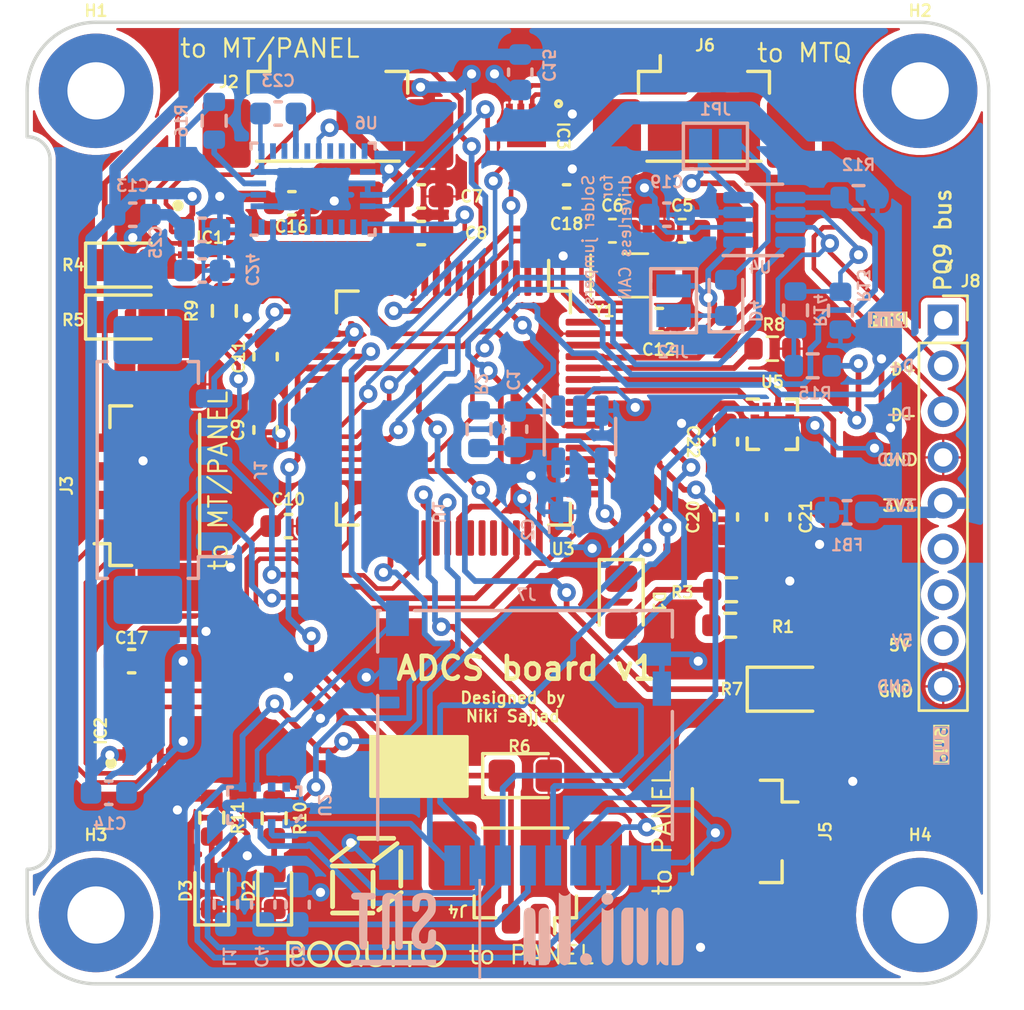
<source format=kicad_pcb>
(kicad_pcb (version 20221018) (generator pcbnew)
  (title_block (comment 4 "AISLER Project ID: WMJTKLYJ"))
  (layers (0 "F.Cu" signal) (31 "B.Cu" signal) (34 "B.Paste" user) (35 "F.Paste" user) (36 "B.SilkS" user "B.Silkscreen") (37 "F.SilkS" user "F.Silkscreen") (38 "B.Mask" user) (39 "F.Mask" user) (44 "Edge.Cuts" user))
  (net 0 "")
  (net 1 "/MCU/PD_IN")
  (net 2 "Net-(D1-K)")
  (net 3 "/Data Logging/SD_VDD")
  (net 4 "GND")
  (net 5 "Net-(U5-C1)")
  (net 6 "/Photodiode Payload/1V65")
  (net 7 "Net-(D2-A)")
  (net 8 "Net-(D3-A)")
  (net 9 "Net-(D4-K)")
  (net 10 "/PQ Bus/D-")
  (net 11 "/MCU/SWCLK")
  (net 12 "/MCU/SWDIO")
  (net 13 "/MCU/NRST")
  (net 14 "/MCU/JTDO")
  (net 15 "/Connectors/MQT1+")
  (net 16 "/Connectors/MQT1-")
  (net 17 "/Connectors/LIGHT_1")
  (net 18 "/Connectors/MQT2+")
  (net 19 "/Connectors/MQT2-")
  (net 20 "/Connectors/LIGHT_2")
  (net 21 "/Connectors/LIGHT_3")
  (net 22 "/Connectors/LIGHT_4")
  (net 24 "/Connectors/MQT3+")
  (net 25 "/Connectors/MQT3-")
  (net 26 "/Data Logging/D2")
  (net 27 "/Data Logging/D3")
  (net 28 "/Data Logging/CMD")
  (net 29 "/Data Logging/CLK")
  (net 30 "/Data Logging/D0")
  (net 31 "/Data Logging/D1")
  (net 32 "/Data Logging/SD_DET")
  (net 33 "/MCU/PB10|SCL|TX")
  (net 34 "/PQ Bus/D+")
  (net 37 "+5V")
  (net 38 "/MCU/CAN1RX")
  (net 39 "/MCU/CAN1TX")
  (net 40 "/MCU/LED")
  (net 44 "Net-(U3-PH0)")
  (net 45 "Net-(U3-PH1)")
  (net 46 "/IMU/SCL_IMU")
  (net 47 "/IMU/SDA_IMU")
  (net 48 "/MCU/MTQ3+")
  (net 49 "/MCU/MTQ3-")
  (net 54 "/MCU/MTQ2-")
  (net 55 "/MCU/MTQ2+")
  (net 56 "/MCU/CAN_STB")
  (net 57 "/MCU/PB11|SDA|RX")
  (net 61 "/MCU/MTQ1+")
  (net 62 "/MCU/MTQ1-")
  (net 63 "/MCU/CAN1_EN")
  (net 71 "/IMU/SCL_Magnetometer")
  (net 72 "/IMU/SDA_Magnetometer")
  (net 73 "/MCU/BOOT0")
  (net 77 "Net-(U6-~{BOOT_LOAD_PIN})")
  (net 80 "Net-(U6-CAP)")
  (net 103 "+3.3VP")
  (net 104 "VCCQ")
  (footprint "Capacitor_SMD:C_0603_1608Metric" (layer "F.Cu") (at 177.75 76.5)
    (fp_text reference "C17")
    (fp_text value "100nF")
  )
  (footprint "Library1:SON50P200X200X80-9N" (layer "F.Cu") (at 195 53.55 -90)
    (fp_text reference "IC3")
    (fp_text value "DRV8212DSGR" hide)
  )
  (footprint "Package_LGA:LGA-12_2x2mm_P0.5mm" (layer "F.Cu") (at 205.736 66.1515)
    (fp_text reference "U5")
    (fp_text value "LIS3MDL")
  )
  (footprint "POQUITO_Panel_Library:POQUITO-7mm" (layer "F.Cu") (at 188 87)
    (fp_text reference "G***" hide)
    (fp_text value "LOGO" hide)
  )
  (footprint "Resistor_SMD:R_0603_1608Metric" (layer "F.Cu") (at 203.899 74.93)
    (fp_text reference "R3")
    (fp_text value "50k")
  )
  (footprint "LED_SMD:LED_0805_2012Metric_Pad1.15x1.40mm_HandSolder" (layer "F.Cu") (at 177.6 61.468)
    (fp_text reference "R5")
    (fp_text value "59k")
  )
  (footprint "Capacitor_SMD:C_0603_1608Metric_Pad1.08x0.95mm_HandSolder" (layer "F.Cu") (at 190.4 56.2)
    (fp_text reference "C7")
    (fp_text value "10nF")
  )
  (footprint "Capacitor_SMD:C_0603_1608Metric" (layer "F.Cu") (at 198.75 57.7 180)
    (fp_text reference "C6")
    (fp_text value "22pF")
  )
  (footprint "MountingHole:MountingHole_2.5mm_Pad" (layer "F.Cu") (at 176.194 51.5879)
    (fp_text reference "H1")
    (fp_text value "MountingHole")
  )
  (footprint "Connector_Molex:Molex_PicoBlade_53398-0271_1x02-1MP_P1.25mm_Vertical" (layer "F.Cu") (at 204.954 83.937 -90)
    (fp_text reference "J5")
    (fp_text value "PANEL4")
  )
  (footprint "Resistor_SMD:R_0603_1608Metric" (layer "F.Cu") (at 205.74 62.85)
    (fp_text reference "R8")
    (fp_text value "10k")
  )
  (footprint "Resistor_SMD:R_0603_1608Metric" (layer "F.Cu") (at 183.9746 83.3625 -90)
    (fp_text reference "R10")
    (fp_text value "10k")
  )
  (footprint "MountingHole:MountingHole_2.5mm_Pad" (layer "F.Cu") (at 176.194 87.5879)
    (fp_text reference "H3")
    (fp_text value "MountingHole")
  )
  (footprint "LED_SMD:LED_0805_2012Metric_Pad1.15x1.40mm_HandSolder" (layer "F.Cu") (at 194.945 81.5)
    (fp_text reference "R6")
    (fp_text value "59k")
  )
  (footprint "Connector_Molex:Molex_PicoBlade_53398-0471_1x04-1MP_P1.25mm_Vertical" (layer "F.Cu") (at 178.012 68.834 90)
    (fp_text reference "J3")
    (fp_text value "PANEL2")
  )
  (footprint "LED_SMD:LED_0805_2012Metric_Pad1.15x1.40mm_HandSolder" (layer "F.Cu") (at 199.136 73.923 -90)
    (fp_text reference "D1")
    (fp_text value "VEMD1060X01")
  )
  (footprint "Capacitor_SMD:C_0603_1608Metric" (layer "F.Cu") (at 184.75 56.5)
    (fp_text reference "C16")
    (fp_text value "100nF")
  )
  (footprint "Capacitor_SMD:C_0603_1608Metric" (layer "F.Cu") (at 205.994 70.203 90)
    (fp_text reference "C21")
    (fp_text value "100nF")
  )
  (footprint "Capacitor_SMD:C_0603_1608Metric" (layer "F.Cu") (at 203.708 70.203 90)
    (fp_text reference "C20")
    (fp_text value "1uF")
  )
  (footprint "LED_SMD:LED_0805_2012Metric_Pad1.15x1.40mm_HandSolder" (layer "F.Cu") (at 177.6 59.2)
    (fp_text reference "R4")
    (fp_text value "59k")
  )
  (footprint "Connector_PinSocket_2.00mm:PinSocket_1x09_P2.00mm_Vertical" (layer "F.Cu") (at 213.2 61.6)
    (fp_text reference "J8")
    (fp_text value "PQ9-Connector")
  )
  (footprint "Package_QFP:LQFP-64_10x10mm_P0.5mm" (layer "F.Cu") (at 191.806 65.445 -90)
    (fp_text reference "U3")
    (fp_text value "STM32L476RGTx")
  )
  (footprint "Connector_Molex:Molex_PicoBlade_53398-0471_1x04-1MP_P1.25mm_Vertical" (layer "F.Cu") (at 186.325 51.95)
    (fp_text reference "J2")
    (fp_text value "PANEL1")
  )
  (footprint "LED_SMD:LED_0603_1608Metric" (layer "F.Cu") (at 181.25 86.5375 90)
    (fp_text reference "D3")
    (fp_text value "POWER_LED")
  )
  (footprint "Capacitor_SMD:C_0603_1608Metric_Pad1.08x0.95mm_HandSolder" (layer "F.Cu") (at 183.6 66.4 -90)
    (fp_text reference "C9")
    (fp_text value "4.7uF")
  )
  (footprint "Capacitor_SMD:C_0603_1608Metric" (layer "F.Cu") (at 201.8 57.7)
    (fp_text reference "C5")
    (fp_text value "22pF")
  )
  (footprint "LED_SMD:LED_0603_1608Metric" (layer "F.Cu") (at 184 86.5375 90)
    (fp_text reference "D2")
    (fp_text value "LED")
  )
  (footprint "Resistor_SMD:R_0603_1608Metric" (layer "F.Cu") (at 203.9376 73.3806 180)
    (fp_text reference "R1")
    (fp_text value "50k")
  )
  (footprint "MountingHole:MountingHole_2.5mm_Pad" (layer "F.Cu") (at 212.194 87.5879)
    (fp_text reference "H4")
    (fp_text value "MountingHole")
  )
  (footprint "Library1:SON50P200X200X80-9N" (layer "F.Cu") (at 178.25 79.55 90)
    (fp_text reference "IC2")
    (fp_text value "DRV8212DSGR" hide)
  )
  (footprint "Library1:SON50P200X200X80-9N" (layer "F.Cu") (at 181.175 58)
    (fp_text reference "IC1")
    (fp_text value "DRV8212DSGR" hide)
  )
  (footprint "Capacitor_SMD:C_0603_1608Metric" (layer "F.Cu") (at 200.8 61.6)
    (fp_text reference "C12")
    (fp_text value "100nF")
  )
  (footprint "Resistor_SMD:R_0603_1608Metric" (layer "F.Cu") (at 181.25 83.3371 -90)
    (fp_text reference "R11")
    (fp_text value "47k")
  )
  (footprint "Capacitor_SMD:C_0603_1608Metric" (layer "F.Cu") (at 183.6 63.2 90)
    (fp_text reference "C11")
    (fp_text value "100nF")
  )
  (footprint "Crystal:Crystal_SMD_MicroCrystal_CC7V-T1A-2Pin_3.2x1.5mm" (layer "F.Cu") (at 199.75 59.65)
    (fp_text reference "Y1")
    (fp_text value "Crystal")
  )
  (footprint "Capacitor_SMD:C_0603_1608Metric_Pad1.08x0.95mm_HandSolder" (layer "F.Cu") (at 190.4 57.8)
    (fp_text reference "C8")
    (fp_text value "1uF")
  )
  (footprint "Resistor_SMD:R_0603_1608Metric" (layer "F.Cu") (at 181.8 61.2 90)
    (fp_text reference "R9")
    (fp_text value "10k")
  )
  (footprint "LED_SMD:LED_0805_2012Metric_Pad1.15x1.40mm_HandSolder" (layer "F.Cu") (at 206.5 77.724)
    (fp_text reference "R7")
    (fp_text value "59k")
  )
  (footprint "Capacitor_SMD:C_0603_1608Metric" (layer "F.Cu") (at 196.75 56.2)
    (fp_text reference "C18")
    (fp_text value "100nF")
  )
  (footprint "Connector_Molex:Molex_PicoBlade_53398-0371_1x03-1MP_P1.25mm_Vertical" (layer "F.Cu") (at 202.75 51.95)
    (fp_text reference "J6")
    (fp_text value "MTQZ")
  )
  (footprint "MountingHole:MountingHole_2.5mm_Pad" (layer "F.Cu") (at 212.194 51.5879)
    (fp_text reference "H2")
    (fp_text value "MountingHole")
  )
  (footprint "Capacitor_SMD:C_0603_1608Metric" (layer "F.Cu") (at 184.6 70.6)
    (fp_text reference "C10")
    (fp_text value "100nF")
  )
  (footprint "Capacitor_SMD:C_0603_1608Metric" (layer "F.Cu") (at 203.708 66.914 90)
    (fp_text reference "C22")
    (fp_text value "100nF")
  )
  (footprint "Connector_Molex:Molex_PicoBlade_53398-0271_1x02-1MP_P1.25mm_Vertical" (layer "F.Cu") (at 194.945 86.5 180)
    (fp_text reference "J4")
    (fp_text value "PANEL3")
  )
  (footprint "Resistor_SMD:R_0603_1608Metric" (layer "B.Cu") (at 209.5 56.25 180)
    (fp_text reference "R12")
    (fp_text value "10k")
  )
  (footprint "Package_TO_SOT_SMD:SOT-23-8" (layer "B.Cu") (at 205.3875 57.225)
    (fp_text reference "U4")
    (fp_text value "TCAN334")
  )
  (footprint "Capacitor_SMD:C_0603_1608Metric_Pad1.08x0.95mm_HandSolder" (layer "B.Cu") (at 185 87.1375 90)
    (fp_text reference "C3")
    (fp_text value "22uF")
  )
  (footprint "Capacitor_SMD:C_0603_1608Metric" (layer "B.Cu") (at 180.835 57.658 180)
    (fp_text reference "C25")
    (fp_text value "100nF")
  )
  (footprint "Jumper:SolderJumper-2_P1.3mm_Open_Pad1.0x1.5mm" (layer "B.Cu") (at 201.422 60.7568 -90)
    (fp_text reference "JP2")
    (fp_text value "SolderJumper_2_Open")
  )
  (footprint "Resistor_SMD:R_0603_1608Metric" (layer "B.Cu") (at 208.7118 61.1886 90)
    (fp_text reference "R13")
    (fp_text value "3.3k")
  )
  (footprint "Capacitor_SMD:C_0603_1608Metric" (layer "B.Cu") (at 184.15 52.578 180)
    (fp_text reference "C23")
    (fp_text value "1uF")
  )
  (footprint "Capacitor_SMD:C_0603_1608Metric" (layer "B.Cu") (at 194.5 66.36725 -90)
    (fp_text reference "C1")
    (fp_text value "22pF")
  )
  (footprint "Capacitor_SMD:C_0603_1608Metric" (layer "B.Cu") (at 180.835 59.436 180)
    (fp_text reference "C24")
    (fp_text value "120nF")
  )
  (footprint "Capacitor_SMD:C_0603_1608Metric" (layer "B.Cu") (at 201.1302 56.9976 180)
    (fp_text reference "C19")
    (fp_text value "100nF")
  )
  (footprint "Capacitor_SMD:C_0603_1608Metric" (layer "B.Cu") (at 176.75 82.25 180)
    (fp_text reference "C14")
    (fp_text value "100nF")
  )
  (footprint "POQUITO_Panel_Library:WSOF-5" (layer "B.Cu") (at 194.229624 88.025606 180)
    (fp_text reference "G***" hide)
    (fp_text value "LOGO" hide)
  )
  (footprint "Resistor_SMD:R_0603_1608Metric" (layer "B.Cu") (at 207.5 63.6 180)
    (fp_text reference "R15")
    (fp_text value "0")
  )
  (footprint "Capacitor_SMD:C_0603_1608Metric" (layer "B.Cu") (at 177.8 57 180)
    (fp_text reference "C13")
    (fp_text value "100nF")
  )
  (footprint "Capacitor_SMD:C_0603_1608Metric_Pad1.08x0.95mm_HandSolder" (layer "B.Cu") (at 183.5 87.1375 90)
    (fp_text reference "C4")
    (fp_text value "22uF")
  )
  (footprint "Jumper:SolderJumper-2_P1.3mm_Open_Pad1.0x1.5mm" (layer "B.Cu") (at 203.25 54)
    (fp_text reference "JP1")
    (fp_text value "SolderJumper_2_Open")
  )
  (footprint "Package_LGA:LGA-28_5.2x3.8mm_P0.5mm" (layer "B.Cu") (at 185.674 55.88)
    (fp_text reference "U6")
    (fp_text value "BNO055")
  )
  (footprint "Resistor_SMD:R_0603_1608Metric" (layer "B.Cu") (at 192.9252 66.36725 90)
    (fp_text reference "R2")
    (fp_text value "1.1M")
  )
  (footprint "Connector_Molex:Molex_PicoBlade_53261-0671_1x06-1MP_P1.25mm_Horizontal" (layer "B.Cu") (at 178.956 68.149 90)
    (fp_text reference "J1")
    (fp_text value "SWD")
  )
  (footprint "Resistor_SMD:R_0603_1608Metric" (layer "B.Cu") (at 181.356 52.895 -90)
    (fp_text reference "R16")
    (fp_text value "10k")
  )
  (footprint "Inductor_SMD:L_0603_1608Metric_Pad1.05x0.95mm_HandSolder" (layer "B.Cu") (at 181.8675 87.125 -90)
    (fp_text reference "L1")
    (fp_text value "470nH")
  )
  (footprint "Capacitor_SMD:C_0603_1608Metric" (layer "B.Cu") (at 194.725 50.775 90)
    (fp_text reference "C15")
    (fp_text value "100nF")
  )
  (footprint "Inductor_SMD:L_0603_1608Metric_Pad1.05x0.95mm_HandSolder" (layer "B.Cu") (at 209 70)
    (fp_text reference "FB1")
    (fp_text value "Ferrite_Bead")
  )
  (footprint "Capacitor_SMD:C_0603_1608Metric" (layer "B.Cu") (at 196.5 70.75 -90)
    (fp_text reference "C2")
    (fp_text value "100nF")
  )
  (footprint "Connector_Card:microSD_HC_Hirose_DM3D-SF" (layer "B.Cu") (at 194.935 80.075 180)
    (fp_text reference "J7")
    (fp_text value "Micro_SD_Card_Det_Hirose_DM3AT")
  )
  (footprint "Package_TO_SOT_SMD:TSOT-23-5" (layer "B.Cu") (at 197.3326 66.6949 -90)
    (fp_text reference "U1")
    (fp_text value "AD8603")
  )
  (footprint "lsf-kicad-lib:EXBD" (layer "B.Cu") (at 183.5475 82.8 180)
    (fp_text reference "U2")
    (fp_text value "47K")
  )
  (footprint "Diode_SMD:D_0603_1608Metric" (layer "B.Cu") (at 203.708 60.6298 90)
    (fp_text reference "D4")
    (fp_text value "CDBU40-HF")
  )
  (footprint "Resistor_SMD:R_0603_1608Metric" (layer "B.Cu") (at 206.75 61.175 90)
    (fp_text reference "R14")
    (fp_text value "120k")
  )
  (gr_rect (start 188.2 79.8) (end 192.4 82.4) (stroke (width 0.15)) (fill solid) (layer "F.SilkS"))
  (gr_arc (start 212.1872 48.5942) (mid 214.30852 49.47288) (end 215.1872 51.5942) (stroke (width 0.15)) (layer "Edge.Cuts"))
  (gr_arc (start 176.1872 90.5942) (mid 174.06588 89.71552) (end 173.1872 87.5942) (stroke (width 0.15)) (layer "Edge.Cuts"))
  (gr_arc (start 215.1872 87.5942) (mid 214.30852 89.71552) (end 212.1872 90.5942) (stroke (width 0.15)) (layer "Edge.Cuts"))
  (gr_line (start 173.1872 51.5942) (end 173.1872 53.5942) (stroke (width 0.15)) (layer "Edge.Cuts"))
  (gr_arc (start 174.1872 84.5942) (mid 173.894307 85.301307) (end 173.1872 85.5942) (stroke (width 0.15)) (layer "Edge.Cuts"))
  (gr_line (start 173.1872 87.5942) (end 173.1872 85.5942) (stroke (width 0.15)) (layer "Edge.Cuts"))
  (gr_line (start 212.1872 48.5942) (end 176.1872 48.5942) (stroke (width 0.15)) (layer "Edge.Cuts"))
  (gr_line (start 212.1872 90.5942) (end 176.1872 90.5942) (stroke (width 0.15)) (layer "Edge.Cuts"))
  (gr_arc (start 173.1872 51.5942) (mid 174.06588 49.47288) (end 176.1872 48.5942) (stroke (width 0.15)) (layer "Edge.Cuts"))
  (gr_line (start 215.1872 51.5942) (end 215.1872 87.5942) (stroke (width 0.15)) (layer "Edge.Cuts"))
  (gr_line (start 174.1872 54.5942) (end 174.1872 84.5942) (stroke (width 0.15)) (layer "Edge.Cuts"))
  (gr_arc (start 173.1872 53.5942) (mid 173.89369 53.886477) (end 174.187198 54.592455) (stroke (width 0.15)) (layer "Edge.Cuts"))
  (gr_text "GND" (at 211.9 77.9) (layer "B.SilkS") (effects (font (size 0.5 0.5) (thickness 0.1) bold) (justify left bottom mirror)))
  (gr_text "Pin1" (at 211.65 61.9) (layer "B.SilkS" knockout) (effects (font (size 0.5 0.5) (thickness 0.1) bold) (justify left bottom mirror)))
  (gr_text "D-" (at 211.9 66) (layer "B.SilkS") (effects (font (size 0.5 0.5) (thickness 0.1) bold) (justify left bottom mirror)))
  (gr_text "5V" (at 210.9 75.9) (layer "B.SilkS") (effects (font (size 0.5 0.5) (thickness 0.1) bold) (justify right bottom mirror)))
  (gr_text "Solder jumpers\nfor\ndriverless CAN" (at 199.6 55.2 90) (layer "B.SilkS") (effects (font (size 0.5 0.5) (thickness 0.08)) (justify left bottom mirror)))
  (gr_text "Pin9" (at 212.8 81.1 -90) (layer "B.SilkS" knockout) (effects (font (size 0.5 0.5) (thickness 0.1) bold) (justify left bottom mirror)))
  (gr_text "D+" (at 212 63.9) (layer "B.SilkS") (effects (font (size 0.5 0.5) (thickness 0.1) bold) (justify left bottom mirror)))
  (gr_text "GND" (at 211.9 68) (layer "B.SilkS") (effects (font (size 0.5 0.5) (thickness 0.1) bold) (justify left bottom mirror)))
  (gr_text "3V3" (at 210.6 70) (layer "B.SilkS") (effects (font (size 0.5 0.5) (thickness 0.1) bold) (justify right bottom mirror)))
  (gr_text "to MT/PANEL" (at 182 72.6 90) (layer "F.SilkS") (effects (font (size 0.8 0.8) (thickness 0.1) bold) (justify left bottom)))
  (gr_text "Pin9" (at 212.8 79.2 -90) (layer "F.SilkS" knockout) (effects (font (size 0.5 0.5) (thickness 0.1) bold) (justify left bottom)))
  (gr_text "GND" (at 210.5 68) (layer "F.SilkS") (effects (font (size 0.5 0.5) (thickness 0.1) bold) (justify left bottom)))
  (gr_text "3V3" (at 212 70) (layer "F.SilkS") (effects (font (size 0.5 0.5) (thickness 0.1) bold) (justify right bottom)))
  (gr_text "GND" (at 210.3 78.1) (layer "F.SilkS") (effects (font (size 0.5 0.5) (thickness 0.1) bold) (justify left bottom)))
  (gr_text "D+" (at 210.85 64.05) (layer "F.SilkS") (effects (font (size 0.5 0.5) (thickness 0.1) bold) (justify left bottom)))
  (gr_text "Designed by\nNiki Sajjad" (at 194.4 79.2) (layer "F.SilkS") (effects (font (size 0.5 0.5) (thickness 0.1) bold) (justify bottom)))
  (gr_text "D-" (at 210.85 66.05) (layer "F.SilkS") (effects (font (size 0.5 0.5) (thickness 0.1) bold) (justify left bottom)))
  (gr_text "to MT/PANEL" (at 179.8 50.2) (layer "F.SilkS") (effects (font (size 0.8 0.8) (thickness 0.1) bold) (justify left bottom)))
  (gr_text "to MTQ" (at 205 50.4) (layer "F.SilkS") (effects (font (size 0.8 0.8) (thickness 0.1) bold) (justify left bottom)))
  (gr_text "Pin1" (at 209.9 61.9) (layer "F.SilkS" knockout) (effects (font (size 0.5 0.5) (thickness 0.1) bold) (justify left bottom)))
  (gr_text "ADCS board v1" (at 189.2 77.4) (layer "F.SilkS") (effects (font (size 1 1) (thickness 0.2) bold) (justify left bottom)))
  (gr_text "to PANEL" (at 192.4 89.8) (layer "F.SilkS") (effects (font (size 0.8 0.8) (thickness 0.1) bold) (justify left bottom)))
  (gr_text "to PANEL" (at 201.4 86.8 90) (layer "F.SilkS") (effects (font (size 0.8 0.8) (thickness 0.1) bold) (justify left bottom)))
  (gr_text "5V" (at 211.8 76.1) (layer "F.SilkS") (effects (font (size 0.5 0.5) (thickness 0.1) bold) (justify right bottom)))
  (gr_text "PQ9 bus" (at 213.6 58.1 90) (layer "F.SilkS") (effects (font (size 0.7 0.7) (thickness 0.12) bold) (justify bottom)))
  (segment (start 194.056 59.77) (end 194.056 61.051833) (width 0.25) (layer "F.Cu") (net 1))
  (segment (start 194.056 61.051833) (end 194.826706 61.822539) (width 0.25) (layer "F.Cu") (net 1))
  (via (at 194.826706 61.822539) (size 0.8) (drill 0.4) (layers "F.Cu" "B.Cu") (net 1))
  (segment (start 194.5 65.525305) (end 196.171125 63.85418) (width 0.25) (layer "B.Cu") (net 1))
  (segment (start 196.171125 63.408327) (end 195.275 62.512201) (width 0.25) (layer "B.Cu") (net 1))
  (segment (start 195.275 62.512201) (end 195.275 62.270833) (width 0.25) (layer "B.Cu") (net 1))
  (segment (start 196.171125 63.85418) (end 196.171125 63.408327) (width 0.25) (layer "B.Cu") (net 1))
  (segment (start 194.5 65.59225) (end 192.9752 65.59225) (width 0.25) (layer "B.Cu") (net 1))
  (segment (start 194.5 65.59225) (end 196.34775 65.59225) (width 0.25) (layer "B.Cu") (net 1))
  (segment (start 195.275 62.270833) (end 194.826706 61.822539) (width 0.25) (layer "B.Cu") (net 1))
  (segment (start 199.136 70.7644) (end 199.136 72.898) (width 0.25) (layer "F.Cu") (net 2))
  (segment (start 198.4248 70.0532) (end 199.136 70.7644) (width 0.25) (layer "F.Cu") (net 2))
  (via (at 198.4248 70.0532) (size 0.8) (drill 0.4) (layers "F.Cu" "B.Cu") (net 2))
  (segment (start 194.77235 66.8699) (end 197.3201 66.8699) (width 0.2) (layer "B.Cu") (net 2))
  (segment (start 198.4248 70.0532) (end 198.25 69.8784) (width 0.25) (layer "B.Cu") (net 2))
  (segment (start 192.9252 67.19225) (end 194.45 67.19225) (width 0.25) (layer "B.Cu") (net 2))
  (segment (start 198.25 69.8784) (end 198.25 68.24375) (width 0.25) (layer "B.Cu") (net 2))
  (segment (start 197.3201 66.8699) (end 198.2826 67.8324) (width 0.2) (layer "B.Cu") (net 2))
  (segment (start 183.5 88) (end 181.8675 88) (width 0.25) (layer "B.Cu") (net 3))
  (segment (start 185 88) (end 193.61 88) (width 0.25) (layer "B.Cu") (net 3))
  (segment (start 195.06 86.55) (end 195.06 85.425) (width 0.25) (layer "B.Cu") (net 3))
  (segment (start 185 88) (end 183.5 88) (width 0.25) (layer "B.Cu") (net 3))
  (segment (start 193.61 88) (end 195.06 86.55) (width 0.25) (layer "B.Cu") (net 3))
  (segment (start 187.6 69) (end 187.295 68.695) (width 0.2) (layer "F.Cu") (net 4))
  (segment (start 178.163173 59.2) (end 176.963173 60.4) (width 0.25) (layer "F.Cu") (net 4))
  (segment (start 190.056 58.929315) (end 191.2625 57.722815) (width 0.25) (layer "F.Cu") (net 4))
  (segment (start 183.83 62.195) (end 186.131 62.195) (width 0.25) (layer "F.Cu") (net 4))
  (segment (start 191.2625 56.2) (end 191.2625 53.9625) (width 0.5) (layer "F.Cu") (net 4))
  (segment (start 182.225 57.75) (end 184.275 57.75) (width 0.25) (layer "F.Cu") (net 4))
  (segment (start 195.056 71.12) (end 195.056 69.656) (width 0.2) (layer "F.Cu") (net 4))
  (segment (start 206.4985 65.9015) (end 207.3015 65.9015) (width 0.2) (layer "F.Cu") (net 4))
  (segment (start 206.4985 65.9015) (end 205.436 65.9015) (width 0.2) (layer "F.Cu") (net 4))
  (segment (start 205.436 65.9015) (end 205.486 65.8515) (width 0.2) (layer "F.Cu") (net 4))
  (segment (start 199.473249 62.195) (end 199.628249 62.35) (width 0.2) (layer "F.Cu") (net 4))
  (segment (start 190.75 53.45) (end 190.75 51.805213) (width 0.5) (layer "F.Cu") (net 4))
  (segment (start 179.512 73.259) (end 177.459 73.259) (width 0.5) (layer "F.Cu") (net 4))
  (segment (start 199.628249 62.35) (end 200.825 62.35) (width 0.2) (layer "F.Cu") (net 4))
  (segment (start 178.525 76.5) (end 178.525 76.94948) (width 0.25) (layer "F.Cu") (net 4))
  (segment (start 200.825 62.35) (end 201.575 61.6) (width 0.2) (layer "F.Cu") (net 4))
  (segment (start 207.3015 65.9015) (end 207.6 66.2) (width 0.2) (layer "F.Cu") (net 4))
  (segment (start 187.6 69.4) (end 187.6 69) (width 0.2) (layer "F.Cu") (net 4))
  (segment (start 178.625 59.2) (end 178.163173 59.2) (width 0.25) (layer "F.Cu") (net 4))
  (segment (start 176.963173 60.4) (end 175.2 60.4) (width 0.25) (layer "F.Cu") (net 4))
  (segment (start 178.525 76.5) (end 180 76.5) (width 0.25) (layer "F.Cu") (net 4))
  (segment (start 202.5 76.5) (end 203.154 76.5) (width 0.25) (layer "F.Cu") (net 4))
  (segment (start 178.525 76.94948) (end 178 77.47448) (width 0.25) (layer "F.Cu") (net 4))
  (segment (start 197.481 62.195) (end 199.473249 62.195) (width 0.2) (layer "F.Cu") (net 4))
  (segment (start 178 77.47448) (end 178 78.5) (width 0.25) (layer "F.Cu") (net 4))
  (segment (start 185.525 56.5) (end 186.5 56.5) (width 0.25) (layer "F.Cu") (net 4))
  (segment (start 179.512 73.259) (end 179.512 71.512) (width 0.5) (layer "F.Cu") (net 4))
  (segment (start 184.275 57.75) (end 185.525 56.5) (width 0.25) (layer "F.Cu") (net 4))
  (segment (start 195.056 69.656) (end 194.8 69.4) (width 0.2) (layer "F.Cu") (net 4))
  (segment (start 203.708 70.978) (end 205.994 70.978) (width 0.25) (layer "F.Cu") (net 4))
  (segment (start 190.75 51.805213) (end 190.369287 51.4245) (width 0.5) (layer "F.Cu") (net 4))
  (segment (start 186.4 70.6) (end 187.6 69.4) (width 0.2) (layer "F.Cu") (net 4))
  (segment (start 203.708 66.139) (end 204.711 66.139) (width 0.25) (layer "F.Cu") (net 4))
  (segment (start 187.295 68.695) (end 186.131 68.695) (width 0.2) (layer "F.Cu") (net 4))
  (segment (start 204.711 66.139) (end 204.9735 66.4015) (width 0.25) (layer "F.Cu") (net 4))
  (segment (start 204.9735 65.9015) (end 204.9735 66.4015) (width 0.2) (layer "F.Cu") (net 4))
  (segment (start 190.056 59.77) (end 190.056 58.929315) (width 0.25) (layer "F.Cu") (net 4))
  (segment (start 186.131 62.195) (end 187.405 62.195) (width 0.25) (layer "F.Cu") (net 4))
  (segment (start 185.375 70.6) (end 186.4 70.6) (width 0.2) (layer "F.Cu") (net 4))
  (segment (start 203.154 76.5) (end 204.724 74.93) (width 0.25) (layer "F.Cu") (net 4))
  (segment (start 204.9735 65.9015) (end 205.436 65.9015) (width 0.2) (layer "F.Cu") (net 4))
  (segment (start 186.5 56.5) (end 186.6 56.4) (width 0.25) (layer "F.Cu") (net 4))
  (segment (start 191.2625 57.722815) (end 191.2625 56.2) (width 0.25) (layer "F.Cu") (net 4))
  (segment (start 177.459 73.259) (end 177.4 73.2) (width 0.5) (layer "F.Cu") (net 4))
  (segment (start 205.486 65.8515) (end 205.486 65.389) (width 0.2) (layer "F.Cu") (net 4))
  (segment (start 181.459 73.259) (end 181.6 73.4) (width 0.5) (layer "F.Cu") (net 4))
  (segment (start 187.405 62.195) (end 187.477868 62.122132) (width 0.25) (layer "F.Cu") (net 4))
  (segment (start 179.4 71.4) (end 179.512 71.512) (width 0.5) (layer "F.Cu") (net 4))
  (segment (start 179.512 73.259) (end 181.459 73.259) (width 0.5) (layer "F.Cu") (net 4))
  (via (at 190.369287 51.4245) (size 0.8) (drill 0.4) (layers "F.Cu" "B.Cu") (net 4))
  (via (at 197.869089 71.5755) (size 0.8) (drill 0.4) (layers "F.Cu" "B.Cu") (net 4))
  (via (at 177.8 58) (size 0.8) (drill 0.4) (layers "F.Cu" "B.Cu") (net 4))
  (via (at 186.6 56.4) (size 0.8) (drill 0.4) (layers "F.Cu" "B.Cu") (net 4))
  (via (at 180 80) (size 0.8) (drill 0.4) (layers "F.Cu" "B.Cu") (net 4))
  (via (at 188 77.2) (size 0.8) (drill 0.4) (layers "F.Cu" "B.Cu") (net 4))
  (via (at 187.477868 62.122132) (size 0.8) (drill 0.4) (layers "F.Cu" "B.Cu") (net 4))
  (via (at 210.2 67.2) (size 0.8) (drill 0.4) (layers "F.Cu" "B.Cu") (net 4))
  (via (at 203.25 84) (size 0.8) (drill 0.4) (layers "F.Cu" "B.Cu") (net 4))
  (via (at 186 86.6) (size 0.8) (drill 0.4) (layers "F.Cu" "B.Cu") (net 4))
  (via (at 199.75 65.413178) (size 0.8) (drill 0.4) (layers "F.Cu" "B.Cu") (net 4))
  (via (at 192.6 50.8495) (size 0.8) (drill 0.4) (layers "F.Cu" "B.Cu") (net 4))
  (via (at 193.6 50.8495) (size 0.8) (drill 0.4) (layers "F.Cu" "B.Cu") (net 4))
  (via (at 202.5 76.5) (size 0.8) (drill 0.4) (layers "F.Cu" "B.Cu") (net 4))
  (via (at 184.2755 66.55075) (size 0.8) (drill 0.4) (layers "F.Cu" "B.Cu") (net 4))
  (via (at 180 76.5) (size 0.8) (drill 0.4) (layers "F.Cu" "B.Cu") (net 4))
  (via (at 200.152 55.8292) (size 0.8) (drill 0.4) (layers "F.Cu" "B.Cu") (net 4))
  (via (at 207.6 66.2) (size 0.8) (drill 0.4) (layers "F.Cu" "B.Cu") (net 4))
  (via (at 194.8 69.4) (size 0.8) (drill 0.4) (layers "F.Cu" "B.Cu") (net 4))
  (via (at 187.317299 84.432701) (size 0.8) (drill 0.4) (layers "F.Cu" "B.Cu") (net 4))
  (segment (start 178.575 57.225) (end 177.8 58) (width 0.5) (layer "B.Cu") (net 4))
  (segment (start 197.26 85.425) (end 197.26 84.3) (width 0.25) (layer "B.Cu") (net 4))
  (segment (start 193.6 50.8495) (end 194.3005 51.55) (width 0.5) (layer "B.Cu") (net 4))
  (segment (start 184.267726 55.267727) (end 184.7088 55.708801) (width 0.2) (layer "B.Cu") (net 4))
  (segment (start 183.375 52.578) (end 183.375 54.1685) (width 0.2) (layer "B.Cu") (net 4))
  (segment (start 188.0615 56.13) (end 188.895305 56.13) (width 0.25) (layer "B.Cu") (net 4))
  (segment (start 183.2865 56.63) (end 184.7088 56.63) (width 0.25) (layer "B.Cu") (net 4))
  (segment (start 184.129999 55.13) (end 183.2865 55.13) (width 0.25) (layer "B.Cu") (net 4))
  (segment (start 188.0615 55.63) (end 188.0615 56.13) (width 0.25) (layer "B.Cu") (net 4))
  (segment (start 184.267726 55.267727) (end 185.399999 56.4) (width 0.25) (layer "B.Cu") (net 4))
  (segment (start 189.31 85.3) (end 188.184598 85.3) (width 0.25) (layer "B.Cu") (net 4))
  (segment (start 185.986 86.614) (end 185.339 86.614) (width 0.2) (layer "B.Cu") (net 4))
  (segment (start 184.7088 55.708801) (end 184.7088 56.63) (width 0.2) (layer "B.Cu") (net 4))
  (segment (start 200.66 85.3) (end 201.95 85.3) (width 0.25) (layer "B.Cu") (net 4))
  (segment (start 198.56 83) (end 202.25 83) (width 0.25) (layer "B.Cu") (net 4))
  (segment (start 202.2 76.2) (end 202.5 76.5) (width 0.25) (layer "B.Cu") (net 4))
  (segment (start 192.475 52.550305) (end 192.475 50.9745) (width 0.25) (layer "B.Cu") (net 4))
  (segment (start 179.402 57) (end 180.06 57.658) (width 0.5) (layer "B.Cu") (net 4))
  (segment (start 183.424 54.9925) (end 183.2865 55.13) (width 0.25) (layer "B.Cu") (net 4))
  (segment (start 188.895305 56.13) (end 192.475 52.550305) (width 0.25) (layer "B.Cu") (net 4))
  (segment (start 197.3326 65.208504) (end 197.948904 64.5922) (width 0.2) (layer "B.Cu") (net 4))
  (segment (start 185.424 56.63) (end 185.424 57.5425) (width 0.25) (layer "B.Cu") (net 4))
  (segment (start 200.6052 56.2824) (end 200.6052 57) (width 0.25) (layer "B.Cu") (net 4))
  (segment (start 184.2755 65.3245) (end 187.477868 62.122132) (width 0.25) (layer "B.Cu") (net 4))
  (segment (start 184.2755 66.55075) (end 184.2755 65.3245) (width 0.25) (layer "B.Cu") (net 4))
  (segment (start 197.26 84.3) (end 198.56 83) (width 0.25) (layer "B.Cu") (net 4))
  (segment (start 188.357 77.2) (end 188 77.2) (width 0.2) (layer "B.Cu") (net 4))
  (segment (start 192.475 50.9745) (end 192.6 50.8495) (width 0.25) (layer "B.Cu") (net 4))
  (segment (start 192.025 51.4245) (end 190.369287 51.4245) (width 0.5) (layer "B.Cu") (net 4))
  (segment (start 188.184598 85.3) (end 187.317299 84.432701) (width 0.25) (layer "B.Cu") (net 4))
  (segment (start 188.96 76.597) (end 188.357 77.2) (width 0.2) (layer "B.Cu") (net 4))
  (segment (start 186 86.6) (end 185.986 86.614) (width 0.2) (layer "B.Cu") (net 4))
  (segment (start 180.256 69.616893) (end 180.256 76.244) (width 0.2) (layer "B.Cu") (net 4))
  (segment (start 202.25 83) (end 203.25 84) (width 0.25) (layer "B.Cu") (net 4))
  (segment (start 202.570262 57.55) (end 202.347662 57.7726) (width 0.2) (layer "B.Cu") (net 4))
  (segment (start 194.8 69.825) (end 196.5 71.525) (width 0.2) (layer "B.Cu") (net 4))
  (segment (start 210.2 67.2) (end 208.6 67.2) (width 0.2) (layer "B.Cu") (net 4))
  (segment (start 197.818589 71.525) (end 197.869089 71.5755) (width 0.25) (layer "B.Cu") (net 4))
  (segment (start 196.5 71.525) (end 197.818589 71.525) (width 0.25) (layer "B.Cu") (net 4))
  (segment (start 200.585 76.2) (end 202.2 76.2) (width 0.25) (layer "B.Cu") (net 4))
  (segment (start 180.256 76.244) (end 180 76.5) (width 0.2) (layer "B.Cu") (net 4))
  (segment (start 202.347662 57.7726) (end 201.1302 57.7726) (width 0.2) (layer "B.Cu") (net 4))
  (segment (start 204.25 57.55) (end 202.570262 57.55) (width 0.2) (layer "B.Cu") (net 4))
  (segment (start 184.7088 56.63) (end 185.424 56.63) (width 0.25) (layer "B.Cu") (net 4))
  (segment (start 200.91 77.7) (end 200.91 76.525) (width 0.25) (layer "B.Cu") (net 4))
  (segment (start 183.375 54.1685) (end 183.424 54.2175) (width 0.2) (layer "B.Cu") (net 4))
  (segment (start 183.5 86.275) (end 185 86.275) (width 0.25) (layer "B.Cu") (net 4))
  (segment (start 197.948904 64.5922) (end 198.929022 64.5922) (width 0.2) (layer "B.Cu") (net 4))
  (segment (start 178.575 57) (end 179.402 57) (width 0.5) (layer "B.Cu") (net 4))
  (segment (start 184.267726 55.267727) (end 184.629999 55.63) (width 0.25) (layer "B.Cu") (net 4))
  (segment (start 184.629999 55.63) (end 188.0615 55.63) (width 0.25) (layer "B.Cu") (net 4))
  (segment (start 183.424 54.2175) (end 183.424 54.9925) (width 0.25) (layer "B.Cu") (net 4))
  (segment (start 180 80) (end 180 76.5) (width 1) (layer "B.Cu") (net 4))
  (segment (start 180 80) (end 177.75 82.25) (width 0.25) (layer "B.Cu") (net 4))
  (segment (start 201.95 85.3) (end 203.25 84) (width 0.25) (layer "B.Cu") (net 4))
  (segment (start 194.3005 51.55) (end 194.725 51.55) (width 0.5) (layer "B.Cu") (net 4))
  (segment (start 181.098893 68.774) (end 180.256 69.616893) (width 0.2) (layer "B.Cu") (net 4))
  (segment (start 192.6 50.8495) (end 192.025 51.4245) (width 0.5) (layer "B.Cu") (net 4))
  (segment (start 184.267726 55.267727) (end 184.129999 55.13) (width 0.25) (layer "B.Cu") (net 4))
  (segment (start 208.6 67.2) (end 207.6 66.2) (width 0.2) (layer "B.Cu") (net 4))
  (segment (start 200.152 55.8292) (end 200.6052 56.2824) (width 0.25) (layer "B.Cu") (net 4))
  (segment (start 198.929022 64.5922) (end 199.75 65.413178) (width 0.2) (layer "B.Cu") (net 4))
  (segment (start 180.06 59.436) (end 180.06 57.658) (width 0.25) (layer "B.Cu") (net 4))
  (segment (start 201.1302 57.7726) (end 200.3552 56.9976) (width 0.2) (layer "B.Cu") (net 4))
  (segment (start 185.399999 56.4) (end 186.6 56.4) (width 0.25) (layer "B.Cu") (net 4))
  (segment (start 194.8 69.4) (end 194.8 69.825) (width 0.2) (layer "B.Cu") (net 4))
  (segment (start 204.9735 66.9015) (end 204.4955 66.9015) (width 0.25) (layer "F.Cu") (net 5))
  (segment (start 204.4955 66.9015) (end 203.708 67.689) (width 0.25) (layer "F.Cu") (net 5))
  (segment (start 200.7034 73.3806) (end 203.1126 73.3806) (width 0.25) (layer "F.Cu") (net 6))
  (segment (start 203.1126 73.3806) (end 203.1126 74.8914) (width 0.25) (layer "F.Cu") (net 6))
  (segment (start 199.136 74.948) (end 200.7034 73.3806) (width 0.25) (layer "F.Cu") (net 6))
  (segment (start 183.9746 84.1875) (end 183.9746 85.7246) (width 0.25) (layer "F.Cu") (net 7))
  (segment (start 181.25 85.75) (end 181.25 84.1621) (width 0.25) (layer "F.Cu") (net 8))
  (segment (start 201.422 61.4068) (end 203.6975 61.4068) (width 0.2) (layer "B.Cu") (net 9))
  (segment (start 208.53995 57.55) (end 207.96005 57.55) (width 0.2) (layer "F.Cu") (net 10))
  (segment (start 207.96005 57.55) (end 207.55 57.96005) (width 0.2) (layer "F.Cu") (net 10))
  (segment (start 213.194 64.994) (end 213.194 65.5879) (width 0.2) (layer "F.Cu") (net 10))
  (segment (start 207.55 57.96005) (end 207.55 59.35) (width 0.2) (layer "F.Cu") (net 10))
  (segment (start 209.5 58.51005) (end 208.53995 57.55) (width 0.2) (layer "F.Cu") (net 10))
  (segment (start 207.55 59.35) (end 213.194 64.994) (width 0.2) (layer "F.Cu") (net 10))
  (segment (start 209.5 58.75) (end 209.5 58.51005) (width 0.2) (layer "F.Cu") (net 10))
  (via (at 209.5 58.75) (size 0.8) (drill 0.4) (layers "F.Cu" "B.Cu") (net 10))
  (segment (start 208.7118 59.5382) (end 209.5 58.75) (width 0.2) (layer "B.Cu") (net 10))
  (segment (start 203.871241 59.8423) (end 205.5625 58.151041) (width 0.2) (layer "B.Cu") (net 10))
  (segment (start 205.5625 56.5658) (end 205.5625 55.1625) (width 0.2) (layer "B.Cu") (net 10))
  (segment (start 205.63073 56.9) (end 205.5625 56.83177) (width 0.2) (layer "B.Cu") (net 10))
  (segment (start 206.75 60.35) (end 208.6982 60.35) (width 0.2) (layer "B.Cu") (net 10))
  (segment (start 205.5625 58.151041) (end 205.5625 56.5658) (width 0.2) (layer "B.Cu") (net 10))
  (segment (start 206.525 56.9) (end 205.63073 56.9) (width 0.2) (layer "B.Cu") (net 10))
  (segment (start 207.88995 56.9) (end 206.525 56.9) (width 0.2) (layer "B.Cu") (net 10))
  (segment (start 205.5625 55.1625) (end 203.9 53.5) (width 0.2) (layer "B.Cu") (net 10))
  (segment (start 205.5625 56.83177) (end 205.5625 56.5658) (width 0.2) (layer "B.Cu") (net 10))
  (segment (start 209.5 58.75) (end 209.5 58.51005) (width 0.2) (layer "B.Cu") (net 10))
  (segment (start 209.5 58.51005) (end 207.88995 56.9) (width 0.2) (layer "B.Cu") (net 10))
  (segment (start 208.7118 60.3636) (end 208.7118 59.5382) (width 0.2) (layer "B.Cu") (net 10))
  (segment (start 183.9255 73.7) (end 187.597114 73.7) (width 0.25) (layer "F.Cu") (net 11))
  (segment (start 195.405 72.22) (end 195.796685 72.22) (width 0.25) (layer "F.Cu") (net 11))
  (segment (start 188.097614 74.2005) (end 193.4245 74.2005) (width 0.25) (layer "F.Cu") (net 11))
  (segment (start 193.4245 74.2005) (end 195.405 72.22) (width 0.25) (layer "F.Cu") (net 11))
  (segment (start 183.8755 73.75) (end 183.9255 73.7) (width 0.25) (layer "F.Cu") (net 11))
  (segment (start 197.481 70.535685) (end 197.481 69.195) (width 0.25) (layer "F.Cu") (net 11))
  (segment (start 187.597114 73.7) (end 188.097614 74.2005) (width 0.25) (layer "F.Cu") (net 11))
  (segment (start 195.796685 72.22) (end 197.481 70.535685) (width 0.25) (layer "F.Cu") (net 11))
  (via (at 183.8755 73.75) (size 0.8) (drill 0.4) (layers "F.Cu" "B.Cu") (net 11))
  (segment (start 183 73.2) (end 183 71.375538) (width 0.25) (layer "B.Cu") (net 11))
  (segment (start 183 71.375538) (end 181.648462 70.024) (width 0.25) (layer "B.Cu") (net 11))
  (segment (start 183.55 73.75) (end 183 73.2) (width 0.25) (layer "B.Cu") (net 11))
  (segment (start 183.8755 73.75) (end 183.55 73.75) (width 0.25) (layer "B.Cu") (net 11))
  (segment (start 194.556 71.960685) (end 194.556 71.12) (width 0.25) (layer "F.Cu") (net 12))
  (segment (start 187.78351 73.25) (end 188.28401 73.7505) (width 0.25) (layer "F.Cu") (net 12))
  (segment (start 183.8755 72.726033) (end 184.976033 72.726033) (width 0.25) (layer "F.Cu") (net 12))
  (segment (start 192.766185 73.7505) (end 194.556 71.960685) (width 0.25) (layer "F.Cu") (net 12))
  (segment (start 188.28401 73.7505) (end 192.766185 73.7505) (width 0.25) (layer "F.Cu") (net 12))
  (segment (start 184.976033 72.726033) (end 185.5 73.25) (width 0.25) (layer "F.Cu") (net 12))
  (segment (start 185.5 73.25) (end 187.78351 73.25) (width 0.25) (layer "F.Cu") (net 12))
  (via (at 183.8755 72.726033) (size 0.8) (drill 0.4) (layers "F.Cu" "B.Cu") (net 12))
  (segment (start 183.8755 69.751038) (end 181.648462 67.524) (width 0.25) (layer "B.Cu") (net 12))
  (segment (start 183.8755 72.726033) (end 183.8755 69.751038) (width 0.25) (layer "B.Cu") (net 12))
  (segment (start 192.531 60.6) (end 192.531 59.795) (width 0.25) (layer "F.Cu") (net 13))
  (segment (start 192.531 61.669) (end 192.531 60.6) (width 0.2) (layer "F.Cu") (net 13))
  (segment (start 181.317893 62.725) (end 181.572182 62.725) (width 0.2) (layer "F.Cu") (net 13))
  (segment (start 192 62.2) (end 192.531 61.669) (width 0.2) (layer "F.Cu") (net 13))
  (segment (start 182.225 60.8) (end 183.46005 60.8) (width 0.2) (layer "F.Cu") (net 13))
  (segment (start 181.8 60.375) (end 182.225 60.8) (width 0.2) (layer "F.Cu") (net 13))
  (segment (start 189.18067 62.2) (end 192 62.2) (width 0.2) (layer "F.Cu") (net 13))
  (segment (start 183.71005 60.55) (end 184.28995 60.55) (width 0.2) (layer "F.Cu") (net 13))
  (segment (start 184.28995 60.55) (end 184.53495 60.795) (width 0.2) (layer "F.Cu") (net 13))
  (segment (start 182.419515 63.572333) (end 182.419515 64.172574) (width 0.2) (layer "F.Cu") (net 13))
  (segment (start 187.77567 60.795) (end 189.18067 62.2) (width 0.2) (layer "F.Cu") (net 13))
  (segment (start 184.53495 60.795) (end 187.77567 60.795) (width 0.2) (layer "F.Cu") (net 13))
  (segment (start 183.46005 60.8) (end 183.71005 60.55) (width 0.2) (layer "F.Cu") (net 13))
  (segment (start 181.025 61.15) (end 181.025 62.432107) (width 0.2) (layer "F.Cu") (net 13))
  (segment (start 181.025 62.432107) (end 181.317893 62.725) (width 0.2) (layer "F.Cu") (net 13))
  (segment (start 181.8 60.375) (end 181.025 61.15) (width 0.2) (layer "F.Cu") (net 13))
  (segment (start 181.572182 62.725) (end 182.419515 63.572333) (width 0.2) (layer "F.Cu") (net 13))
  (via (at 182.419515 64.172574) (size 0.8) (drill 0.4) (layers "F.Cu" "B.Cu") (net 13))
  (segment (start 182.456 65.431107) (end 181.613107 66.274) (width 0.2) (layer "B.Cu") (net 13))
  (segment (start 182.419515 64.172574) (end 182.456 64.209059) (width 0.2) (layer "B.Cu") (net 13))
  (segment (start 182.456 64.209059) (end 182.456 65.431107) (width 0.2) (layer "B.Cu") (net 13))
  (segment (start 189.124483 62.744149) (end 192.22984 62.744149) (width 0.25) (layer "F.Cu") (net 14))
  (segment (start 192.22984 62.744149) (end 192.872233 62.101756) (width 0.25) (layer "F.Cu") (net 14))
  (segment (start 196.640315 66.195) (end 197.481 66.195) (width 0.25) (layer "F.Cu") (net 14))
  (segment (start 194.525 64.079685) (end 196.640315 66.195) (width 0.25) (layer "F.Cu") (net 14))
  (segment (start 194.525 62.925) (end 194.525 64.079685) (width 0.25) (layer "F.Cu") (net 14))
  (segment (start 192.872233 62.101756) (end 193.701756 62.101756) (width 0.25) (layer "F.Cu") (net 14))
  (segment (start 187.600334 61.22) (end 189.124483 62.744149) (width 0.25) (layer "F.Cu") (net 14))
  (segment (start 184 61.25) (end 184.03 61.22) (width 0.25) (layer "F.Cu") (net 14))
  (segment (start 184.03 61.22) (end 187.600334 61.22) (width 0.25) (layer "F.Cu") (net 14))
  (segment (start 193.701756 62.101756) (end 194.525 62.925) (width 0.25) (layer "F.Cu") (net 14))
  (via (at 184 61.25) (size 0.8) (drill 0.4) (layers "F.Cu" "B.Cu") (net 14))
  (segment (start 184 61.5) (end 181.356 64.144) (width 0.25) (layer "B.Cu") (net 14))
  (segment (start 184 61.25) (end 184 61.5) (width 0.25) (layer "B.Cu") (net 14))
  (segment (start 181.356 64.144) (end 181.356 65.024) (width 0.25) (layer "B.Cu") (net 14))
  (segment (start 179.475 57.7) (end 179.475 56.750001) (width 0.2) (layer "F.Cu") (net 15))
  (segment (start 179.525 57.75) (end 179.475 57.7) (width 0.2) (layer "F.Cu") (net 15))
  (segment (start 185.7 52.55) (end 185.7 50.7) (width 0.2) (layer "F.Cu") (net 15))
  (segment (start 180.125 57.75) (end 179.525 57.75) (width 0.2) (layer "F.Cu") (net 15))
  (segment (start 179.475 56.750001) (end 179.25 56.525001) (width 0.2) (layer "F.Cu") (net 15))
  (segment (start 183 55.25) (end 185.7 52.55) (width 0.2) (layer "F.Cu") (net 15))
  (segment (start 179.25 56.525001) (end 179.25 56.065686) (width 0.2) (layer "F.Cu") (net 15))
  (segment (start 180.065686 55.25) (end 183 55.25) (width 0.2) (layer "F.Cu") (net 15))
  (segment (start 179.25 56.065686) (end 180.065686 55.25) (width 0.2) (layer "F.Cu") (net 15))
  (segment (start 179.459314 58.25) (end 178.75 57.540686) (width 0.2) (layer "F.Cu") (net 16))
  (segment (start 180.125 58.25) (end 179.459314 58.25) (width 0.2) (layer "F.Cu") (net 16))
  (segment (start 179.75 55) (end 179.75 52.75) (width 0.2) (layer "F.Cu") (net 16))
  (segment (start 178.75 57.540686) (end 178.75 56) (width 0.2) (layer "F.Cu") (net 16))
  (segment (start 178.75 56) (end 179.75 55) (width 0.2) (layer "F.Cu") (net 16))
  (segment (start 179.75 52.75) (end 181.8 50.7) (width 0.2) (layer "F.Cu") (net 16))
  (segment (start 181.8 50.7) (end 184.45 50.7) (width 0.2) (layer "F.Cu") (net 16))
  (segment (start 179.375 52.825) (end 179.375 52.59467) (width 0.25) (layer "F.Cu") (net 17))
  (segment (start 192.125 51.961828) (end 190.863172 50.7) (width 0.25) (layer "F.Cu") (net 17))
  (segment (start 188.125 49.725) (end 188.2 49.8) (width 0.25) (layer "F.Cu") (net 17))
  (segment (start 192.6005 54.015088) (end 192.125 53.539588) (width 0.25) (layer "F.Cu") (net 17))
  (segment (start 190.466685 61.2) (end 191.056 60.610685) (width 0.25) (layer "F.Cu") (net 17))
  (segment (start 179.375 52.59467) (end 182.24467 49.725) (width 0.25) (layer "F.Cu") (net 17))
  (segment (start 176.575 59.2) (end 176.575 55.625) (width 0.25) (layer "F.Cu") (net 17))
  (segment (start 192.125 53.539588) (end 192.125 51.961828) (width 0.25) (layer "F.Cu") (net 17))
  (segment (start 182.24467 49.725) (end 188.125 49.725) (width 0.25) (layer "F.Cu") (net 17))
  (segment (start 191.056 60.610685) (end 191.056 59.77) (width 0.25) (layer "F.Cu") (net 17))
  (segment (start 188.2 49.8) (end 188.2 50.7) (width 0.25) (layer "F.Cu") (net 17))
  (segment (start 189.2 61.2) (end 190.466685 61.2) (width 0.25) (layer "F.Cu") (net 17))
  (segment (start 176.575 55.625) (end 179.375 52.825) (width 0.25) (layer "F.Cu") (net 17))
  (segment (start 190.863172 50.7) (end 188.2 50.7) (width 0.25) (layer "F.Cu") (net 17))
  (via (at 192.6005 54.015088) (size 0.8) (drill 0.4) (layers "F.Cu" "B.Cu") (net 17))
  (via (at 189.2 61.2) (size 0.8) (drill 0.4) (layers "F.Cu" "B.Cu") (net 17))
  (segment (start 193.2 56.2) (end 193.2 57.8) (width 0.25) (layer "B.Cu") (net 17))
  (segment (start 189.8 61.2) (end 189.2 61.2) (width 0.25) (layer "B.Cu") (net 17))
  (segment (start 192.6005 54.015088) (end 192.6005 55.6005) (width 0.25) (layer "B.Cu") (net 17))
  (segment (start 193.2 57.8) (end 189.8 61.2) (width 0.25) (layer "B.Cu") (net 17))
  (segment (start 192.6005 55.6005) (end 193.2 56.2) (width 0.25) (layer "B.Cu") (net 17))
  (segment (start 178 81.2) (end 178 80.6) (width 0.2) (layer "F.Cu") (net 18))
  (segment (start 175.75 80.95) (end 176.2 81.4) (width 0.2) (layer "F.Cu") (net 18))
  (segment (start 177.75 71.078107) (end 175.75 73.078107) (width 0.2) (layer "F.Cu") (net 18))
  (segment (start 175.75 73.078107) (end 175.75 80.95) (width 0.2) (layer "F.Cu") (net 18))
  (segment (start 177.75 70.339893) (end 177.75 71.078107) (width 0.2) (layer "F.Cu") (net 18))
  (segment (start 177.8 81.4) (end 178 81.2) (width 0.2) (layer "F.Cu") (net 18))
  (segment (start 176.869107 69.459) (end 177.75 70.339893) (width 0.2) (layer "F.Cu") (net 18))
  (segment (start 176.2 81.4) (end 177.8 81.4) (width 0.2) (layer "F.Cu") (net 18))
  (segment (start 177.965686 81.8) (end 178.5 81.265686) (width 0.2) (layer "F.Cu") (net 19))
  (segment (start 176.034314 81.8) (end 177.965686 81.8) (width 0.2) (layer "F.Cu") (net 19))
  (segment (start 176.762 70.709) (end 175.25 72.221) (width 0.2) (layer "F.Cu") (net 19))
  (segment (start 175.25 81.015686) (end 176.034314 81.8) (width 0.2) (layer "F.Cu") (net 19))
  (segment (start 178.5 81.265686) (end 178.5 80.6) (width 0.2) (layer "F.Cu") (net 19))
  (segment (start 175.25 72.221) (end 175.25 81.015686) (width 0.2) (layer "F.Cu") (net 19))
  (segment (start 180.732538 60.225) (end 181.307538 59.65) (width 0.25) (layer "F.Cu") (net 20))
  (segment (start 176.575 61.468) (end 176.575 66.772) (width 0.25) (layer "F.Cu") (net 20))
  (segment (start 188.026 59.8) (end 188.056 59.77) (width 0.25) (layer "F.Cu") (net 20))
  (segment (start 177.818 60.225) (end 180.732538 60.225) (width 0.25) (layer "F.Cu") (net 20))
  (segment (start 182.292462 59.65) (end 182.442462 59.8) (width 0.25) (layer "F.Cu") (net 20))
  (segment (start 176.575 61.468) (end 177.818 60.225) (width 0.25) (layer "F.Cu") (net 20))
  (segment (start 181.307538 59.65) (end 182.292462 59.65) (width 0.25) (layer "F.Cu") (net 20))
  (segment (start 182.442462 59.8) (end 188.026 59.8) (width 0.25) (layer "F.Cu") (net 20))
  (segment (start 185 67.675094) (end 185 63.985315) (width 0.25) (layer "F.Cu") (net 21))
  (segment (start 185.6 75.4) (end 185.6 76.6) (width 0.25) (layer "F.Cu") (net 21))
  (segment (start 185 63.985315) (end 185.290315 63.695) (width 0.25) (layer "F.Cu") (net 21))
  (segment (start 184.643597 68.031497) (end 185 67.675094) (width 0.25) (layer "F.Cu") (net 21))
  (segment (start 185.6 76.6) (end 190.5 81.5) (width 0.25) (layer "F.Cu") (net 21))
  (segment (start 190.5 81.5) (end 193.92 81.5) (width 0.25) (layer "F.Cu") (net 21))
  (segment (start 194.32 81.5) (end 194.32 87.75) (width 0.25) (layer "F.Cu") (net 21))
  (segment (start 185.290315 63.695) (end 186.131 63.695) (width 0.25) (layer "F.Cu") (net 21))
  (via (at 184.643597 68.031497) (size 0.8) (drill 0.4) (layers "F.Cu" "B.Cu") (net 21))
  (via (at 185.6 75.4) (size 0.8) (drill 0.4) (layers "F.Cu" "B.Cu") (net 21))
  (segment (start 184.6 74.6) (end 184.6 68.075094) (width 0.25) (layer "B.Cu") (net 21))
  (segment (start 185.6 75.4) (end 185.4 75.4) (width 0.25) (layer "B.Cu") (net 21))
  (segment (start 185.4 75.4) (end 184.6 74.6) (width 0.25) (layer "B.Cu") (net 21))
  (segment (start 184.6 68.075094) (end 184.643597 68.031497) (width 0.25) (layer "B.Cu") (net 21))
  (segment (start 189.95 63.7) (end 187.974695 63.7) (width 0.25) (layer "F.Cu") (net 22))
  (segment (start 205.562 84.562) (end 206.061538 84.562) (width 0.25) (layer "F.Cu") (net 22))
  (segment (start 204.9 83.9) (end 205.562 84.562) (width 0.25) (layer "F.Cu") (net 22))
  (segment (start 187.974695 63.7) (end 187.479695 64.195) (width 0.25) (layer "F.Cu") (net 22))
  (segment (start 196.75 74.150173) (end 200.323827 77.724) (width 0.25) (layer "F.Cu") (net 22))
  (segment (start 190.3 65.574598) (end 190.3 64.05) (width 0.25) (layer "F.Cu") (net 22))
  (segment (start 191.112701 66.387299) (end 190.3 65.574598) (width 0.25) (layer "F.Cu") (net 22))
  (segment (start 205.4 82.4) (end 204.9 82.9) (width 0.25) (layer "F.Cu") (net 22))
  (segment (start 200.323827 77.724) (end 205.475 77.724) (width 0.25) (layer "F.Cu") (net 22))
  (segment (start 196.75 73.5005) (end 196.75 74.150173) (width 0.25) (layer "F.Cu") (net 22))
  (segment (start 187.479695 64.195) (end 186.131 64.195) (width 0.25) (layer "F.Cu") (net 22))
  (segment (start 204.9 82.9) (end 204.9 83.9) (width 0.25) (layer "F.Cu") (net 22))
  (segment (start 205.4 77.799) (end 205.4 82.4) (width 0.25) (layer "F.Cu") (net 22))
  (segment (start 190.3 64.05) (end 189.95 63.7) (width 0.25) (layer "F.Cu") (net 22))
  (via (at 191.112701 66.387299) (size 0.8) (drill 0.4) (layers "F.Cu" "B.Cu") (net 22))
  (via (at 196.75 73.5005) (size 0.8) (drill 0.4) (layers "F.Cu" "B.Cu") (net 22))
  (segment (start 196.2495 73) (end 192.75 73) (width 0.25) (layer "B.Cu") (net 22))
  (segment (start 196.75 73.5005) (end 196.2495 73) (width 0.25) (layer "B.Cu") (net 22))
  (segment (start 192.305812 69.313431) (end 191.112701 68.12032) (width 0.25) (layer "B.Cu") (net 22))
  (segment (start 192.75 73) (end 192.305812 72.555812) (width 0.25) (layer "B.Cu") (net 22))
  (segment (start 191.112701 68.12032) (end 191.112701 66.387299) (width 0.25) (layer "B.Cu") (net 22))
  (segment (start 192.305812 72.555812) (end 192.305812 69.313431) (width 0.25) (layer "B.Cu") (net 22))
  (segment (start 196.75 51.75) (end 196.85 51.65) (width 0.2) (layer "F.Cu") (net 24))
  (segment (start 201.907107 51.65) (end 202.75 50.807107) (width 0.2) (layer "F.Cu") (net 24))
  (segment (start 195.25 51.9) (end 195.4 51.75) (width 0.2) (layer "F.Cu") (net 24))
  (segment (start 195.25 52.5) (end 195.25 51.9) (width 0.2) (layer "F.Cu") (net 24))
  (segment (start 196.85 51.65) (end 201.907107 51.65) (width 0.2) (layer "F.Cu") (net 24))
  (segment (start 195.4 51.75) (end 196.75 51.75) (width 0.2) (layer "F.Cu") (net 24))
  (segment (start 198.184314 49.75) (end 203.157107 49.75) (width 0.2) (layer "F.Cu") (net 25))
  (segment (start 194.75 51.834314) (end 195.234314 51.35) (width 0.2) (layer "F.Cu") (net 25))
  (segment (start 196.584314 51.35) (end 198.184314 49.75) (width 0.2) (layer "F.Cu") (net 25))
  (segment (start 195.234314 51.35) (end 196.584314 51.35) (width 0.2) (layer "F.Cu") (net 25))
  (segment (start 203.157107 49.75) (end 204 50.592893) (width 0.2) (layer "F.Cu") (net 25))
  (segment (start 194.75 52.5) (end 194.75 51.834314) (width 0.2) (layer "F.Cu") (net 25))
  (segment (start 197.481 68.195) (end 198.321685 68.195) (width 0.25) (layer "F.Cu") (net 26))
  (segment (start 200.281512 70.154827) (end 200.281512 71.543087) (width 0.25) (layer "F.Cu") (net 26))
  (segment (start 198.321685 68.195) (end 200.281512 70.154827) (width 0.25) (layer "F.Cu") (net 26))
  (via (at 200.281512 71.543087) (size 0.8) (drill 0.4) (layers "F.Cu" "B.Cu") (net 26))
  (segment (start 194.358222 74.225) (end 197.400305 74.225) (width 0.25) (layer "B.Cu") (net 26))
  (segment (start 190.775 84.44) (end 190.775 77.808222) (width 0.25) (layer "B.Cu") (net 26))
  (segment (start 191.76 85.425) (end 189.935 83.6) (width 0.25) (layer "B.Cu") (net 26))
  (segment (start 200.082218 71.543087) (end 200.281512 71.543087) (width 0.25) (layer "B.Cu") (net 26))
  (segment (start 191.76 85.425) (end 190.775 84.44) (width 0.25) (layer "B.Cu") (net 26))
  (segment (start 190.775 77.808222) (end 194.358222 74.225) (width 0.25) (layer "B.Cu") (net 26))
  (segment (start 189.935 83.6) (end 184.5 83.6) (width 0.25) (layer "B.Cu") (net 26))
  (segment (start 197.400305 74.225) (end 200.082218 71.543087) (width 0.25) (layer "B.Cu") (net 26))
  (segment (start 197.481 67.695) (end 198.458081 67.695) (width 0.25) (layer "F.Cu") (net 27))
  (segment (start 201.156939 70.393858) (end 201.156939 70.66766) (width 0.25) (layer "F.Cu") (net 27))
  (segment (start 198.458081 67.695) (end 201.156939 70.393858) (width 0.25) (layer "F.Cu") (net 27))
  (via (at 201.156939 70.66766) (size 0.8) (drill 0.4) (layers "F.Cu" "B.Cu") (net 27))
  (segment (start 194.861778 78.425) (end 197.035 76.251778) (width 0.25) (layer "B.Cu") (net 27))
  (segment (start 192.785 86.625) (end 192.86 86.55) (width 0.25) (layer "B.Cu") (net 27))
  (segment (start 192.86 84.3) (end 191.225 82.665) (width 0.25) (layer "B.Cu") (net 27))
  (segment (start 197.035 76.251778) (end 197.035 75.615382) (width 0.25) (layer "B.Cu") (net 27))
  (segment (start 200.382795 72.267587) (end 200.58161 72.267587) (width 0.25) (layer "B.Cu") (net 27))
  (segment (start 191.308222 78.425) (end 194.861778 78.425) (width 0.25) (layer "B.Cu") (net 27))
  (segment (start 185 84.05) (end 184.925 84.125) (width 0.25) (layer "B.Cu") (net 27))
  (segment (start 183.865 84.05) (end 183.865 83.6) (width 0.25) (layer "B.Cu") (net 27))
  (segment (start 184.925 84.125) (end 183.94 84.125) (width 0.25) (layer "B.Cu") (net 27))
  (segment (start 192.785 86.625) (end 188.485 86.625) (width 0.25) (layer "B.Cu") (net 27))
  (segment (start 192.86 86.55) (end 192.86 85.425) (width 0.25) (layer "B.Cu") (net 27))
  (segment (start 183.94 84.125) (end 183.865 84.05) (width 0.25) (layer "B.Cu") (net 27))
  (segment (start 191.225 82.665) (end 191.225 78.508222) (width 0.25) (layer "B.Cu") (net 27))
  (segment (start 201.156939 71.692258) (end 201.156939 70.66766) (width 0.25) (layer "B.Cu") (net 27))
  (segment (start 191.225 78.508222) (end 191.308222 78.425) (width 0.25) (layer "B.Cu") (net 27))
  (segment (start 192.86 85.425) (end 192.86 84.3) (width 0.25) (layer "B.Cu") (net 27))
  (segment (start 188.485 86.625) (end 185.91 84.05) (width 0.25) (layer "B.Cu") (net 27))
  (segment (start 200.58161 72.267587) (end 201.156939 71.692258) (width 0.25) (layer "B.Cu") (net 27))
  (segment (start 185.91 84.05) (end 185 84.05) (width 0.25) (layer "B.Cu") (net 27))
  (segment (start 197.035 75.615382) (end 200.382795 72.267587) (width 0.25) (layer "B.Cu") (net 27))
  (segment (start 200.84245 66.695) (end 202.185671 68.038221) (width 0.25) (layer "F.Cu") (net 28))
  (segment (start 197.481 66.695) (end 200.84245 66.695) (width 0.25) (layer "F.Cu") (net 28))
  (via (at 202.185671 68.038221) (size 0.8) (drill 0.4) (layers "F.Cu" "B.Cu") (net 28))
  (segment (start 188.075 87.075) (end 185.5 84.5) (width 0.25) (layer "B.Cu") (net 28))
  (segment (start 197.75 77.25) (end 201.881439 73.118561) (width 0.25) (layer "B.Cu") (net 28))
  (segment (start 199.086778 81.5) (end 200 80.586778) (width 0.25) (layer "B.Cu") (net 28))
  (segment (start 193.96 85.425) (end 193.96 82.04) (width 0.25) (layer "B.Cu") (net 28))
  (segment (start 200 80.586778) (end 200 78.513222) (width 0.25) (layer "B.Cu") (net 28))
  (segment (start 198.925 78.425) (end 197.75 77.25) (width 0.25) (layer "B.Cu") (net 28))
  (segment (start 193.96 86.086396) (end 192.971396 87.075) (width 0.25) (layer "B.Cu") (net 28))
  (segment (start 185.5 84.5) (end 185.425 84.575) (width 0.25) (layer "B.Cu") (net 28))
  (segment (start 201.5 68.723892) (end 202.185671 68.038221) (width 0.25) (layer "B.Cu") (net 28))
  (segment (start 192.971396 87.075) (end 188.075 87.075) (width 0.25) (layer "B.Cu") (net 28))
  (segment (start 200 78.513222) (end 199.911778 78.425) (width 0.25) (layer "B.Cu") (net 28))
  (segment (start 193.96 82.04) (end 194.5 81.5) (width 0.25) (layer "B.Cu") (net 28))
  (segment (start 185.425 84.575) (end 183.753604 84.575) (width 0.25) (layer "B.Cu") (net 28))
  (segment (start 201.881439 73.118561) (end 201.881439 70.367562) (width 0.25) (layer "B.Cu") (net 28))
  (segment (start 183.375 84.196396) (end 183.375 83.745) (width 0.25) (layer "B.Cu") (net 28))
  (segment (start 183.375 83.745) (end 183.23 83.6) (width 0.25) (layer "B.Cu") (net 28))
  (segment (start 194.5 81.5) (end 199.086778 81.5) (width 0.25) (layer "B.Cu") (net 28))
  (segment (start 201.5 69.986123) (end 201.5 68.723892) (width 0.25) (layer "B.Cu") (net 28))
  (segment (start 201.881439 70.367562) (end 201.5 69.986123) (width 0.25) (layer "B.Cu") (net 28))
  (segment (start 183.753604 84.575) (end 183.375 84.196396) (width 0.25) (layer "B.Cu") (net 28))
  (segment (start 199.911778 78.425) (end 198.925 78.425) (width 0.25) (layer "B.Cu") (net 28))
  (segment (start 200.813335 67.83864) (end 200.813335 67.949098) (width 0.25) (layer "F.Cu") (net 29))
  (segment (start 200.169695 67.195) (end 200.813335 67.83864) (width 0.25) (layer "F.Cu") (net 29))
  (segment (start 197.481 67.195) (end 200.169695 67.195) (width 0.25) (layer "F.Cu") (net 29))
  (segment (start 201.877892 69.013655) (end 202.403692 69.013655) (width 0.25) (layer "F.Cu") (net 29))
  (segment (start 200.813335 67.949098) (end 201.877892 69.013655) (width 0.25) (layer "F.Cu") (net 29))
  (via (at 202.403692 69.013655) (size 0.8) (drill 0.4) (layers "F.Cu" "B.Cu") (net 29))
  (segment (start 196.235 81.95) (end 199.273174 81.95) (width 0.25) (layer "B.Cu") (net 29))
  (segment (start 196.16 85.425) (end 196.16 82.025) (width 0.25) (layer "B.Cu") (net 29))
  (segment (start 199.273174 81.95) (end 203.25 77.973174) (width 0.25) (layer "B.Cu") (net 29))
  (segment (start 203.25 69.859963) (end 202.403692 69.013655) (width 0.25) (layer "B.Cu") (net 29))
  (segment (start 203.25 77.973174) (end 203.25 69.859963) (width 0.25) (layer "B.Cu") (net 29))
  (segment (start 196.16 82.025) (end 196.235 81.95) (width 0.25) (layer "B.Cu") (net 29))
  (segment (start 191.056 70.229315) (end 191.056 71.12) (width 0.25) (layer "F.Cu") (net 30))
  (segment (start 190.5 69.673315) (end 191.056 70.229315) (width 0.25) (layer "F.Cu") (net 30))
  (segment (start 200.25 83.45) (end 191.8 75) (width 0.25) (layer "F.Cu") (net 30))
  (segment (start 191.8 75) (end 191.2755 75) (width 0.25) (layer "F.Cu") (net 30))
  (segment (start 190.5 69.22997) (end 190.5 69.673315) (width 0.25) (layer "F.Cu") (net 30))
  (segment (start 200.25 83.75) (end 200.25 83.45) (width 0.25) (layer "F.Cu") (net 30))
  (via (at 200.25 83.75) (size 0.8) (drill 0.4) (layers "F.Cu" "B.Cu") (net 30))
  (via (at 190.5 69.22997) (size 0.8) (drill 0.4) (layers "F.Cu" "B.Cu") (net 30))
  (via (at 191.2755 75) (size 0.8) (drill 0.4) (layers "F.Cu" "B.Cu") (net 30))
  (segment (start 190.5 69.22997) (end 190.718268 69.448238) (width 0.25) (layer "B.Cu") (net 30))
  (segment (start 190.718268 72.781732) (end 191 73.063464) (width 0.25) (layer "B.Cu") (net 30))
  (segment (start 181.0675 85.1275) (end 181.0675 88.520495) (width 0.25) (layer "B.Cu") (net 30))
  (segment (start 200.25 83.75) (end 199.26 83.75) (width 0.25) (layer "B.Cu") (net 30))
  (segment (start 198.36 84.65) (end 198.36 85.425) (width 0.25) (layer "B.Cu") (net 30))
  (segment (start 182.595 83.6) (end 181.0675 85.1275) (width 0.25) (layer "B.Cu") (net 30))
  (segment (start 195.91 89) (end 198.36 86.55) (width 0.25) (layer "B.Cu") (net 30))
  (segment (start 181.547005 89) (end 195.91 89) (width 0.25) (layer "B.Cu") (net 30))
  (segment (start 190.718268 69.448238) (end 190.718268 72.781732) (width 0.25) (layer "B.Cu") (net 30))
  (segment (start 198.36 86.55) (end 198.36 85.425) (width 0.25) (layer "B.Cu") (net 30))
  (segment (start 199.26 83.75) (end 198.36 84.65) (width 0.25) (layer "B.Cu") (net 30))
  (segment (start 181.0675 88.520495) (end 181.547005 89) (width 0.25) (layer "B.Cu") (net 30))
  (segment (start 191 73.063464) (end 191 74.7245) (width 0.25) (layer "B.Cu") (net 30))
  (segment (start 191 74.7245) (end 191.2755 75) (width 0.25) (layer "B.Cu") (net 30))
  (segment (start 191.556 69.588218) (end 191.556 71.12) (width 0.25) (layer "F.Cu") (net 31))
  (segment (start 186.6 80.4) (end 187 80) (width 0.25) (layer "F.Cu") (net 31))
  (segment (start 191.539891 69.572109) (end 191.556 69.588218) (width 0.25) (layer "F.Cu") (net 31))
  (segment (start 186 80.4) (end 186.6 80.4) (width 0.25) (layer "F.Cu") (net 31))
  (segment (start 184 78.355201) (end 184 78.4) (width 0.25) (layer "F.Cu") (net 31))
  (segment (start 184 78.4) (end 186 80.4) (width 0.25) (layer "F.Cu") (net 31))
  (via (at 184 78.355201) (size 0.8) (drill 0.4) (layers "F.Cu" "B.Cu") (net 31))
  (via (at 187 80) (size 0.8) (drill 0.4) (layers "F.Cu" "B.Cu") (net 31))
  (via (at 191.539891 69.572109) (size 0.8) (drill 0.4) (layers "F.Cu" "B.Cu") (net 31))
  (segment (start 192 75.946826) (end 190.325 77.621826) (width 0.25) (layer "B.Cu") (net 31))
  (segment (start 180.6175 83.115) (end 180.6175 88.706891) (width 0.25) (layer "B.Cu") (net 31))
  (segment (start 190.325 79.175) (end 189.5 80) (width 0.25) (layer "B.Cu") (net 31))
  (segment (start 181.7325 82) (end 182.595 82) (width 0.25) (layer "B.Cu") (net 31))
  (segment (start 196.096396 89.45) (end 199.46 86.086396) (width 0.25) (layer "B.Cu") (net 31))
  (segment (start 181.7325 82) (end 180.6175 83.115) (width 0.25) (layer "B.Cu") (net 31))
  (segment (start 192 72.886396) (end 192 75.946826) (width 0.25) (layer "B.Cu") (net 31))
  (segment (start 181.360609 89.45) (end 196.096396 89.45) (width 0.25) (layer "B.Cu") (net 31))
  (segment (start 190.325 77.621826) (end 190.325 79.175) (width 0.25) (layer "B.Cu") (net 31))
  (segment (start 180.6175 88.706891) (end 181.360609 89.45) (width 0.25) (layer "B.Cu") (net 31))
  (segment (start 182.595 79.760201) (end 182.595 82) (width 0.25) (layer "B.Cu") (net 31))
  (segment (start 191.539891 72.426287) (end 192 72.886396) (width 0.25) (layer "B.Cu") (net 31))
  (segment (start 191.539891 69.572109) (end 191.539891 72.426287) (width 0.25) (layer "B.Cu") (net 31))
  (segment (start 189.5 80) (end 187 80) (width 0.25) (layer "B.Cu") (net 31))
  (segment (start 184 78.355201) (end 182.595 79.760201) (width 0.25) (layer "B.Cu") (net 31))
  (segment (start 186.131 63.195) (end 187.98 63.195) (width 0.25) (layer "F.Cu") (net 32))
  (segment (start 187.98 63.195) (end 188.1995 62.9755) (width 0.25) (layer "F.Cu") (net 32))
  (via (at 188.1995 62.9755) (size 0.8) (drill 0.4) (layers "F.Cu" "B.Cu") (net 32))
  (segment (start 188.1995 62.9755) (end 187.358124 63.816876) (width 0.25) (layer "B.Cu") (net 32))
  (segment (start 184.929799 79.055201) (end 189.36 74.625) (width 0.2) (layer "B.Cu") (net 32))
  (segment (start 184.576246 79.055201) (end 184.929799 79.055201) (width 0.2) (layer "B.Cu") (net 32))
  (segment (start 183.23 82) (end 183.23 80.401447) (width 0.2) (layer "B.Cu") (net 32))
  (segment (start 183.23 80.401447) (end 184.576246 79.055201) (width 0.2) (layer "B.Cu") (net 32))
  (segment (start 187.358124 63.816876) (end 187.358124 72.623124) (width 0.25) (layer "B.Cu") (net 32))
  (segment (start 187.358124 72.623124) (end 189.36 74.625) (width 0.25) (layer "B.Cu") (net 32))
  (segment (start 192.636615 65.853335) (end 192.636615 63.362679) (width 0.2) (layer "F.Cu") (net 33))
  (segment (start 190.79495 67.695) (end 192.636615 65.853335) (width 0.2) (layer "F.Cu") (net 33))
  (segment (start 186.131 67.695) (end 190.79495 67.695) (width 0.2) (layer "F.Cu") (net 33))
  (segment (start 192.636615 63.362679) (end 193.172538 62.826756) (width 0.2) (layer "F.Cu") (net 33))
  (via (at 193.172538 62.826756) (size 0.8) (drill 0.4) (layers "F.Cu" "B.Cu") (net 33))
  (segment (start 205.650566 64.429424) (end 206.071142 64.85) (width 0.25) (layer "B.Cu") (net 33))
  (segment (start 197.025402 63.05) (end 198.0002 63.05) (width 0.25) (layer "B.Cu") (net 33))
  (segment (start 193.172538 62.452109) (end 194.649647 60.975) (width 0.25) (layer "B.Cu") (net 33))
  (segment (start 195.4755 61.500098) (end 197.025402 63.05) (width 0.25) (layer "B.Cu") (net 33))
  (segment (start 194.649647 60.975) (end 195.350402 60.975) (width 0.25) (layer "B.Cu") (net 33))
  (segment (start 193.172538 62.826756) (end 193.172538 62.452109) (width 0.25) (layer "B.Cu") (net 33))
  (segment (start 210.186396 64.85) (end 213.194 61.842396) (width 0.25) (layer "B.Cu") (net 33))
  (segment (start 195.4755 61.100098) (end 195.4755 61.500098) (width 0.25) (layer "B.Cu") (net 33))
  (segment (start 198.0002 63.05) (end 199.379624 64.429424) (width 0.25) (layer "B.Cu") (net 33))
  (segment (start 199.379624 64.429424) (end 205.650566 64.429424) (width 0.25) (layer "B.Cu") (net 33))
  (segment (start 206.071142 64.85) (end 210.186396 64.85) (width 0.25) (layer "B.Cu") (net 33))
  (segment (start 195.350402 60.975) (end 195.4755 61.100098) (width 0.25) (layer "B.Cu") (net 33))
  (segment (start 208.25 58.6439) (end 213.194 63.5879) (width 0.2) (layer "F.Cu") (net 34))
  (segment (start 208.25 58.25) (end 208.25 58.6439) (width 0.2) (layer "F.Cu") (net 34))
  (via (at 208.25 58.25) (size 0.8) (drill 0.4) (layers "F.Cu" "B.Cu") (net 34))
  (segment (start 208.25 58.25) (end 207.55 57.55) (width 0.2) (layer "B.Cu") (net 34))
  (segment (start 206.75 62) (end 205.975 61.225) (width 0.2) (layer "B.Cu") (net 34))
  (segment (start 207.05 58.75) (end 207.75 58.75) (width 0.2) (layer "B.Cu") (net 34))
  (segment (start 206.675 63.6) (end 206.675 62.075) (width 0.2) (layer "B.Cu") (net 34))
  (segment (start 205.975 59.825) (end 207.05 58.75) (width 0.2) (layer "B.Cu") (net 34))
  (segment (start 207.75 58.75) (end 208.25 58.25) (width 0.2) (layer "B.Cu") (net 34))
  (segment (start 207.55 57.55) (end 206.525 57.55) (width 0.2) (layer "B.Cu") (net 34))
  (segment (start 205.975 61.225) (end 205.975 59.825) (width 0.2) (layer "B.Cu") (net 34))
  (segment (start 198.371685 63.245) (end 198.321685 63.195) (width 0.25) (layer "F.Cu") (net 38))
  (segment (start 205 60.75) (end 202.505 63.245) (width 0.25) (layer "F.Cu") (net 38))
  (segment (start 202.505 63.245) (end 198.371685 63.245) (width 0.25) (layer "F.Cu") (net 38))
  (segment (start 198.321685 63.195) (end 197.481 63.195) (width 0.25) (layer "F.Cu") (net 38))
  (segment (start 202.2094 55.626) (end 204.026 55.626) (width 0.25) (layer "F.Cu") (net 38))
  (segment (start 205 56.6) (end 205 60.75) (width 0.25) (layer "F.Cu") (net 38))
  (segment (start 204.026 55.626) (end 205 56.6) (width 0.25) (layer "F.Cu") (net 38))
  (via (at 202.2094 55.626) (size 0.8) (drill 0.4) (layers "F.Cu" "B.Cu") (net 38))
  (segment (start 202.2094 55.626) (end 202.6 55.2354) (width 0.25) (layer "B.Cu") (net 38))
  (segment (start 202.6 55.2354) (end 202.6 53.5) (width 0.25) (layer "B.Cu") (net 38))
  (segment (start 202.6 54.6) (end 204.25 56.25) (width 0.25) (layer "B.Cu") (net 38))
  (segment (start 198.585787 62.75) (end 198.530787 62.695) (width 0.25) (layer "F.Cu") (net 39))
  (segment (start 203.2 60.894511) (end 203.2 61.6) (width 0.25) (layer "F.Cu") (net 39))
  (segment (start 202.935289 60.6298) (end 203.2 60.894511) (width 0.25) (layer "F.Cu") (net 39))
  (segment (start 198.530787 62.695) (end 197.481 62.695) (width 0.25) (layer "F.Cu") (net 39))
  (segment (start 202.05 62.75) (end 198.585787 62.75) (width 0.25) (layer "F.Cu") (net 39))
  (segment (start 203.2 61.6) (end 202.05 62.75) (width 0.25) (layer "F.Cu") (net 39))
  (via (at 202.935289 60.6298) (size 0.8) (drill 0.4) (layers "F.Cu" "B.Cu") (net 39))
  (segment (start 202.935289 60.6298) (end 202.935289 59.441743) (width 0.25) (layer "B.Cu") (net 39))
  (segment (start 202.412289 60.1068) (end 201.422 60.1068) (width 0.25) (layer "B.Cu") (net 39))
  (segment (start 202.935289 60.6298) (end 202.412289 60.1068) (width 0.25) (layer "B.Cu") (net 39))
  (segment (start 204.177032 58.2) (end 204.25 58.2) (width 0.25) (layer "B.Cu") (net 39))
  (segment (start 202.935289 59.441743) (end 204.177032 58.2) (width 0.25) (layer "B.Cu") (net 39))
  (segment (start 183.9746 82.5375) (end 185.2625 82.5375) (width 0.2) (layer "F.Cu") (net 40))
  (segment (start 185.2625 82.5375) (end 185.8 82) (width 0.2) (layer "F.Cu") (net 40))
  (segment (start 189.056 71.12) (end 189.056 72.3195) (width 0.25) (layer "F.Cu") (net 40))
  (segment (start 189.056 72.3195) (end 188.75 72.6255) (width 0.25) (layer "F.Cu") (net 40))
  (via (at 188.75 72.6255) (size 0.8) (drill 0.4) (layers "F.Cu" "B.Cu") (net 40))
  (via (at 185.8 82) (size 0.8) (drill 0.4) (layers "F.Cu" "B.Cu") (net 40))
  (segment (start 189.875 77.43543) (end 191.55 75.76043) (width 0.25) (layer "B.Cu") (net 40))
  (segment (start 190.975195 75.725) (end 190.5505 75.300305) (width 0.25) (layer "B.Cu") (net 40))
  (segment (start 189.875 78.988604) (end 189.875 77.43543) (width 0.25) (layer "B.Cu") (net 40))
  (segment (start 190.5505 75.300305) (end 190.5505 73.8905) (width 0.25) (layer "B.Cu") (net 40))
  (segment (start 190.5505 73.8905) (end 189.2855 72.6255) (width 0.25) (layer "B.Cu") (net 40))
  (segment (start 187.056801 78.988604) (end 189.875 78.988604) (width 0.25) (layer "B.Cu") (net 40))
  (segment (start 191.55 75.76043) (end 191.55 75.725) (width 0.25) (layer "B.Cu") (net 40))
  (segment (start 189.2855 72.6255) (end 188.75 72.6255) (width 0.25) (layer "B.Cu") (net 40))
  (segment (start 185.8 82) (end 185.8 80.245405) (width 0.25) (layer "B.Cu") (net 40))
  (segment (start 191.55 75.725) (end 190.975195 75.725) (width 0.25) (layer "B.Cu") (net 40))
  (segment (start 185.8 80.245405) (end 187.056801 78.988604) (width 0.25) (layer "B.Cu") (net 40))
  (segment (start 197.4 58.680761) (end 197.4 60.4) (width 0.2) (layer "F.Cu") (net 44))
  (segment (start 199.75 60.85) (end 202.575 58.025) (width 0.2) (layer "F.Cu") (net 44))
  (segment (start 193.556 59.77) (end 193.556 59.035381) (width 0.2) (layer "F.Cu") (net 44))
  (segment (start 197.85 60.85) (end 199.75 60.85) (width 0.2) (layer "F.Cu") (net 44))
  (segment (start 194.441381 58.15) (end 196.869239 58.15) (width 0.2) (layer "F.Cu") (net 44))
  (segment (start 193.556 59.035381) (end 194.441381 58.15) (width 0.2) (layer "F.Cu") (net 44))
  (segment (start 197.4 60.4) (end 197.85 60.85) (width 0.2) (layer "F.Cu") (net 44))
  (segment (start 196.869239 58.15) (end 197.4 58.680761) (width 0.2) (layer "F.Cu") (net 44))
  (segment (start 202.575 58.025) (end 202.575 57.65) (width 0.2) (layer "F.Cu") (net 44))
  (segment (start 193.056 58.793625) (end 194.249625 57.6) (width 0.25) (layer "F.Cu") (net 45))
  (segment (start 194.249625 57.6) (end 198.219 57.6) (width 0.25) (layer "F.Cu") (net 45))
  (segment (start 198.5 59.4) (end 198.5 58.175) (width 0.2) (layer "F.Cu") (net 45))
  (segment (start 198.5 58.175) (end 197.975 57.65) (width 0.2) (layer "F.Cu") (net 45))
  (segment (start 193.056 59.77) (end 193.056 58.793625) (width 0.25) (layer "F.Cu") (net 45))
  (segment (start 192.8 54.805538) (end 192.8 56.50955) (width 0.2) (layer "F.Cu") (net 46))
  (segment (start 193.0005 56.71005) (end 193.0005 57.996036) (width 0.2) (layer "F.Cu") (net 46))
  (segment (start 192.8 56.50955) (end 193.0005 56.71005) (width 0.2) (layer "F.Cu") (net 46))
  (segment (start 193.2 52.4) (end 193.3005 52.5005) (width 0.2) (layer "F.Cu") (net 46))
  (segment (start 193.0005 57.996036) (end 192.056 58.940536) (width 0.2) (layer "F.Cu") (net 46))
  (segment (start 192.056 58.940536) (end 192.056 59.77) (width 0.2) (layer "F.Cu") (net 46))
  (segment (start 193.3005 52.5005) (end 193.3005 54.305038) (width 0.2) (layer "F.Cu") (net 46))
  (segment (start 193.3005 54.305038) (end 192.8 54.805538) (width 0.2) (layer "F.Cu") (net 46))
  (via (at 193.2 52.4) (size 0.8) (drill 0.4) (layers "F.Cu" "B.Cu") (net 46))
  (segment (start 188.996345 56.63) (end 188.0615 56.63) (width 0.2) (layer "B.Cu") (net 46))
  (segment (start 193.2 52.4) (end 193.2 52.426345) (width 0.2) (layer "B.Cu") (net 46))
  (segment (start 193.2 52.426345) (end 188.996345 56.63) (width 0.2) (layer "B.Cu") (net 46))
  (segment (start 191.556 59.77) (end 191.556 58.80414) (width 0.2) (layer "F.Cu") (net 47))
  (segment (start 191.556 58.80414) (end 192.3005 58.05964) (width 0.2) (layer "F.Cu") (net 47))
  (segment (start 192.3005 58.05964) (end 192.3005 57) (width 0.2) (layer "F.Cu") (net 47))
  (via (at 192.3005 57) (size 0.8) (drill 0.4) (layers "F.Cu" "B.Cu") (net 47))
  (segment (start 191.9005 57.4) (end 188 57.4) (width 0.2) (layer "B.Cu") (net 47))
  (segment (start 192.3005 57) (end 191.9005 57.4) (width 0.2) (layer "B.Cu") (net 47))
  (segment (start 194.3245 56.6) (end 194.3245 55.6255) (width 0.2) (layer "F.Cu") (net 48))
  (segment (start 187.565685 66.695) (end 186.131 66.695) (width 0.2) (layer "F.Cu") (net 48))
  (segment (start 189 64.4245) (end 189 65.260685) (width 0.2) (layer "F.Cu") (net 48))
  (segment (start 194.3245 55.6255) (end 194.75 55.2) (width 0.2) (layer "F.Cu") (net 48))
  (segment (start 189 65.260685) (end 187.565685 66.695) (width 0.2) (layer "F.Cu") (net 48))
  (segment (start 194.75 55.2) (end 194.75 54.6) (width 0.2) (layer "F.Cu") (net 48))
  (via (at 189 64.4245) (size 0.8) (drill 0.4) (layers "F.Cu" "B.Cu") (net 48))
  (via (at 194.3245 56.6) (size 0.8) (drill 0.4) (layers "F.Cu" "B.Cu") (net 48))
  (segment (start 194.3245 56.6) (end 194.3245 59.2755) (width 0.2) (layer "B.Cu") (net 48))
  (segment (start 189.1755 64.4245) (end 189 64.4245) (width 0.2) (layer "B.Cu") (net 48))
  (segment (start 194.3245 59.2755) (end 189.1755 64.4245) (width 0.2) (layer "B.Cu") (net 48))
  (segment (start 193.549972 55.300028) (end 194.25 54.6) (width 0.2) (layer "F.Cu") (net 49))
  (segment (start 188.083124 64.822424) (end 188.083124 65.048206) (width 0.2) (layer "F.Cu") (net 49))
  (segment (start 186.93633 66.195) (end 186.131 66.195) (width 0.2) (layer "F.Cu") (net 49))
  (segment (start 193.549972 55.525373) (end 193.549972 55.300028) (width 0.2) (layer "F.Cu") (net 49))
  (segment (start 188.083124 65.048206) (end 186.93633 66.195) (width 0.2) (layer "F.Cu") (net 49))
  (via (at 188.083124 64.822424) (size 0.8) (drill 0.4) (layers "F.Cu" "B.Cu") (net 49))
  (via (at 193.549972 55.525373) (size 0.8) (drill 0.4) (layers "F.Cu" "B.Cu") (net 49))
  (segment (start 193.549972 55.525373) (end 193.625 55.600401) (width 0.2) (layer "B.Cu") (net 49))
  (segment (start 188.083124 64.351426) (end 188.083124 64.822424) (width 0.2) (layer "B.Cu") (net 49))
  (segment (start 193.625 55.600401) (end 193.625 58.80955) (width 0.2) (layer "B.Cu") (net 49))
  (segment (start 193.625 58.80955) (end 188.083124 64.351426) (width 0.2) (layer "B.Cu") (net 49))
  (segment (start 185.601041 72.75) (end 184.877074 72.026033) (width 0.2) (layer "F.Cu") (net 54))
  (segment (start 190.556 71.92533) (end 189.15583 73.3255) (width 0.2) (layer "F.Cu") (net 54))
  (segment (start 190.556 71.12) (end 190.556 71.92533) (width 0.2) (layer "F.Cu") (net 54))
  (segment (start 188.46005 73.3255) (end 187.88455 72.75) (width 0.2) (layer "F.Cu") (net 54))
  (segment (start 183.359517 72.026033) (end 183.1755 72.21005) (width 0.2) (layer "F.Cu") (net 54))
  (segment (start 183.1755 74.03995) (end 183.2 74.06445) (width 0.2) (layer "F.Cu") (net 54))
  (segment (start 184.877074 72.026033) (end 183.359517 72.026033) (width 0.2) (layer "F.Cu") (net 54))
  (segment (start 183.2 74.06445) (end 183.2 76.8) (width 0.2) (layer "F.Cu") (net 54))
  (segment (start 183.2 76.8) (end 181.5 78.5) (width 0.2) (layer "F.Cu") (net 54))
  (segment (start 183.1755 72.21005) (end 183.1755 74.03995) (width 0.2) (layer "F.Cu") (net 54))
  (segment (start 189.15583 73.3255) (end 188.46005 73.3255) (width 0.2) (layer "F.Cu") (net 54))
  (segment (start 181.5 78.5) (end 179 78.5) (width 0.2) (layer "F.Cu") (net 54))
  (segment (start 187.88455 72.75) (end 185.601041 72.75) (width 0.2) (layer "F.Cu") (net 54))
  (segment (start 181.2 77.8) (end 178.6 77.8) (width 0.2) (layer "F.Cu") (net 55))
  (segment (start 186.237 72.263) (end 185.679727 72.263) (width 0.2) (layer "F.Cu") (net 55))
  (segment (start 183.193831 71.626033) (end 182.7755 72.044365) (width 0.2) (layer "F.Cu") (net 55))
  (segment (start 187.25 70.5) (end 187.25 71.25) (width 0.2) (layer "F.Cu") (net 55))
  (segment (start 185.042759 71.626033) (end 183.193831 71.626033) (width 0.2) (layer "F.Cu") (net 55))
  (segment (start 178.6 77.8) (end 178.5 77.9) (width 0.2) (layer "F.Cu") (net 55))
  (segment (start 182.8 74.230135) (end 182.8 76.2) (width 0.2) (layer "F.Cu") (net 55))
  (segment (start 182.7755 74.205635) (end 182.8 74.230135) (width 0.2) (layer "F.Cu") (net 55))
  (segment (start 182.8 76.2) (end 181.2 77.8) (width 0.2) (layer "F.Cu") (net 55))
  (segment (start 182.7755 72.044365) (end 182.7755 74.205635) (width 0.2) (layer "F.Cu") (net 55))
  (segment (start 185.679727 72.263) (end 185.042759 71.626033) (width 0.2) (layer "F.Cu") (net 55))
  (segment (start 178.5 77.9) (end 178.5 78.5) (width 0.2) (layer "F.Cu") (net 55))
  (segment (start 187.705 70.045) (end 187.25 70.5) (width 0.2) (layer "F.Cu") (net 55))
  (segment (start 189.78633 70.045) (end 187.705 70.045) (width 0.2) (layer "F.Cu") (net 55))
  (segment (start 187.25 71.25) (end 186.237 72.263) (width 0.2) (layer "F.Cu") (net 55))
  (segment (start 190.056 71.12) (end 190.056 70.31467) (width 0.2) (layer "F.Cu") (net 55))
  (segment (start 190.056 70.31467) (end 189.78633 70.045) (width 0.2) (layer "F.Cu") (net 55))
  (segment (start 187.666725 67.195) (end 186.131 67.195) (width 0.25) (layer "F.Cu") (net 56))
  (segment (start 188.061725 66.8) (end 187.666725 67.195) (width 0.25) (layer "F.Cu") (net 56))
  (segment (start 189.4 66.4) (end 189 66.8) (width 0.25) (layer "F.Cu") (net 56))
  (segment (start 189 66.8) (end 188.061725 66.8) (width 0.25) (layer "F.Cu") (net 56))
  (via (at 189.4 66.4) (size 0.8) (drill 0.4) (layers "F.Cu" "B.Cu") (net 56))
  (segment (start 203.420576 63.529424) (end 205.1375 61.8125) (width 0.25) (layer "B.Cu") (net 56))
  (segment (start 191.866066 63.949853) (end 191.997538 63.818381) (width 0.25) (layer "B.Cu") (net 56))
  (segment (start 194.588299 59.75) (end 197.611396 59.75) (width 0.25) (layer "B.Cu") (net 56))
  (segment (start 191.997538 62.340761) (end 194.588299 59.75) (width 0.25) (layer "B.Cu") (net 56))
  (segment (start 198.775 62.550305) (end 199.754119 63.529424) (width 0.25) (layer "B.Cu") (net 56))
  (segment (start 198.775 60.913604) (end 198.775 62.550305) (width 0.25) (layer "B.Cu") (net 56))
  (segment (start 189.4 65.986396) (end 191.436543 63.949853) (width 0.25) (layer "B.Cu") (net 56))
  (segment (start 197.611396 59.75) (end 198.775 60.913604) (width 0.25) (layer "B.Cu") (net 56))
  (segment (start 191.997538 63.818381) (end 191.997538 62.340761) (width 0.25) (layer "B.Cu") (net 56))
  (segment (start 199.754119 63.529424) (end 203.420576 63.529424) (width 0.25) (layer "B.Cu") (net 56))
  (segment (start 191.436543 63.949853) (end 191.866066 63.949853) (width 0.25) (layer "B.Cu") (net 56))
  (segment (start 205.1375 59.5875) (end 206.525 58.2) (width 0.25) (layer "B.Cu") (net 56))
  (segment (start 205.1375 61.8125) (end 205.1375 59.5875) (width 0.25) (layer "B.Cu") (net 56))
  (segment (start 189.4 66.4) (end 189.4 65.986396) (width 0.25) (layer "B.Cu") (net 56))
  (segment (start 192.1695 68.195) (end 186.131 68.195) (width 0.25) (layer "F.Cu") (net 57))
  (segment (start 193 69.0255) (end 192.1695 68.195) (width 0.25) (layer "F.Cu") (net 57))
  (segment (start 209.5 65.898777) (end 209.423987 65.97479) (width 0.25) (layer "F.Cu") (net 57))
  (segment (start 209.5 63.5) (end 209.5 65.898777) (width 0.25) (layer "F.Cu") (net 57))
  (via (at 209.5 63.5) (size 0.8) (drill 0.4) (layers "F.Cu" "B.Cu") (net 57))
  (via (at 193 69.0255) (size 0.8) (drill 0.4) (layers "F.Cu" "B.Cu") (net 57))
  (via (at 209.423987 65.97479) (size 0.8) (drill 0.4) (layers "F.Cu" "B.Cu") (net 57))
  (segment (start 208.325 63.6) (end 209.4 63.6) (width 0.25) (layer "B.Cu") (net 57))
  (segment (start 193 69.277817) (end 196.022183 72.3) (width 0.25) (layer "B.Cu") (net 57))
  (segment (start 198.5 72.3) (end 200.9995 69.8005) (width 0.25) (layer "B.Cu") (net 57))
  (segment (start 200.9995 69.8005) (end 200.9995 68.199793) (width 0.25) (layer "B.Cu") (net 57))
  (segment (start 208.924697 65.4755) (end 209.423987 65.97479) (width 0.25) (layer "B.Cu") (net 57))
  (segment (start 200.9995 68.199793) (end 203.723793 65.4755) (width 0.25) (layer "B.Cu") (net 57))
  (segment (start 209.4 63.6) (end 209.5 63.5) (width 0.25) (layer "B.Cu") (net 57))
  (segment (start 196.022183 72.3) (end 198.5 72.3) (width 0.25) (layer "B.Cu") (net 57))
  (segment (start 203.723793 65.4755) (end 208.924697 65.4755) (width 0.25) (layer "B.Cu") (net 57))
  (segment (start 193 69.0255) (end 193 69.277817) (width 0.25) (layer "B.Cu") (net 57))
  (segment (start 189.056 58.898985) (end 189.056 59.77) (width 0.2) (layer "F.Cu") (net 61))
  (segment (start 188.407015 58.25) (end 189.056 58.898985) (width 0.2) (layer "F.Cu") (net 61))
  (segment (start 182.225 58.25) (end 188.407015 58.25) (width 0.2) (layer "F.Cu") (net 61))
  (segment (start 188.556 58.96467) (end 188.28633 58.695) (width 0.2) (layer "F.Cu") (net 62))
  (segment (start 188.556 59.77) (end 188.556 58.96467) (width 0.2) (layer "F.Cu") (net 62))
  (segment (start 187.82567 58.695) (end 187.77067 58.75) (width 0.2) (layer "F.Cu") (net 62))
  (segment (start 187.77067 58.75) (end 182.225 58.75) (width 0.2) (layer "F.Cu") (net 62))
  (segment (start 188.28633 58.695) (end 187.82567 58.695) (width 0.2) (layer "F.Cu") (net 62))
  (segment (start 193.5 69.75) (end 192.585316 69.75) (width 0.25) (layer "F.Cu") (net 63))
  (segment (start 193.8755 69.3745) (end 193.5 69.75) (width 0.25) (layer "F.Cu") (net 63))
  (segment (start 193.8755 64.351584) (end 193.8755 69.3745) (width 0.25) (layer "F.Cu") (net 63))
  (segment (start 192.585316 69.75) (end 192.056 70.279316) (width 0.25) (layer "F.Cu") (net 63))
  (segment (start 193.336615 63.812699) (end 193.8755 64.351584) (width 0.25) (layer "F.Cu") (net 63))
  (segment (start 192.056 70.279316) (end 192.056 71.12) (width 0.25) (layer "F.Cu") (net 63))
  (via (at 193.336615 63.812699) (size 0.8) (drill 0.4) (layers "F.Cu" "B.Cu") (net 63))
  (segment (start 206.257538 64.4) (end 207.092462 64.4) (width 0.25) (layer "B.Cu") (net 63))
  (segment (start 207.092462 64.4) (end 207.4 64.092462) (width 0.25) (layer "B.Cu") (net 63))
  (segment (start 207.4 62.856) (end 207.7466 62.5094) (width 0.25) (layer "B.Cu") (net 63))
  (segment (start 210.225 57.8) (end 208.675 56.25) (width 0.25) (layer "B.Cu") (net 63))
  (segment (start 205.836962 63.979424) (end 206.257538 64.4) (width 0.25) (layer "B.Cu") (net 63))
  (segment (start 198.325 61.900402) (end 198.325 62.736701) (width 0.25) (layer "B.Cu") (net 63))
  (segment (start 207.4 64.092462) (end 207.4 62.856) (width 0.25) (layer "B.Cu") (net 63))
  (segment (start 210.225 60.282538) (end 210.225 57.8) (width 0.25) (layer "B.Cu") (net 63))
  (segment (start 199.567723 63.979424) (end 205.836962 63.979424) (width 0.25) (layer "B.Cu") (net 63))
  (segment (start 207.7466 62.5094) (end 207.7466 61.595) (width 0.25) (layer "B.Cu") (net 63))
  (segment (start 209.344338 61.1632) (end 210.225 60.282538) (width 0.25) (layer "B.Cu") (net 63))
  (segment (start 196.700098 60.2755) (end 198.325 61.900402) (width 0.25) (layer "B.Cu") (net 63))
  (segment (start 192.447538 62.527157) (end 194.699195 60.2755) (width 0.25) (layer "B.Cu") (net 63))
  (segment (start 192.872233 63.551756) (end 192.447538 63.127061) (width 0.25) (layer "B.Cu") (net 63))
  (segment (start 208.675 56.25) (end 206.525 56.25) (width 0.25) (layer "B.Cu") (net 63))
  (segment (start 208.1784 61.1632) (end 209.344338 61.1632) (width 0.25) (layer "B.Cu") (net 63))
  (segment (start 194.699195 60.2755) (end 196.700098 60.2755) (width 0.25) (layer "B.Cu") (net 63))
  (segment (start 198.325 62.736701) (end 199.567723 63.979424) (width 0.25) (layer "B.Cu") (net 63))
  (segment (start 192.447538 63.127061) (end 192.447538 62.527157) (width 0.25) (layer "B.Cu") (net 63))
  (segment (start 193.336615 63.812699) (end 193.075672 63.551756) (width 0.25) (layer "B.Cu") (net 63))
  (segment (start 193.075672 63.551756) (end 192.872233 63.551756) (width 0.25) (layer "B.Cu") (net 63))
  (segment (start 207.7466 61.595) (end 208.1784 61.1632) (width 0.25) (layer "B.Cu") (net 63))
  (segment (start 204.260678 64.688678) (end 204.9735 65.4015) (width 0.25) (layer "F.Cu") (net 71))
  (segment (start 197.487322 64.688678) (end 204.260678 64.688678) (width 0.25) (layer "F.Cu") (net 71))
  (segment (start 197.481 64.195) (end 205.3045 64.195) (width 0.25) (layer "F.Cu") (net 72))
  (segment (start 205.986 64.8765) (end 205.986 65.389) (width 0.25) (layer "F.Cu") (net 72))
  (segment (start 205.3045 64.195) (end 205.986 64.8765) (width 0.25) (layer "F.Cu") (net 72))
  (segment (start 204.915 62.85) (end 204.07 63.695) (width 0.25) (layer "F.Cu") (net 73))
  (segment (start 204.07 63.695) (end 197.481 63.695) (width 0.25) (layer "F.Cu") (net 73))
  (segment (start 183.2865 55.63) (end 182.672 55.63) (width 0.25) (layer "B.Cu") (net 77))
  (segment (start 181.356 54.314) (end 181.356 53.72) (width 0.25) (layer "B.Cu") (net 77))
  (segment (start 182.672 55.63) (end 181.356 54.314) (width 0.25) (layer "B.Cu") (net 77))
  (segment (start 184.924 54.2175) (end 184.924 52.579) (width 0.25) (layer "B.Cu") (net 80))
  (segment (start 180.4 56.975) (end 180.125 57.25) (width 0.25) (layer "F.Cu") (net 103))
  (segment (start 195.75 52.5) (end 196.9 52.5) (width 0.25) (layer "F.Cu") (net 103))
  (segment (start 180.4 56.2) (end 180.4 56.975) (width 0.25) (layer "F.Cu") (net 103))
  (segment (start 176.8 80.6) (end 177.4 80.6) (width 0.5) (layer "F.Cu") (net 103))
  (segment (start 196.9 52.5) (end 197 52.6) (width 0.25) (layer "F.Cu") (net 103))
  (via (at 180.4 56.2) (size 0.8) (drill 0.4) (layers "F.Cu" "B.Cu") (net 103))
  (via (at 176.8 80.6) (size 0.8) (drill 0.4) (layers "F.Cu" "B.Cu") (net 103))
  (via (at 197 52.6) (size 0.8) (drill 0.4) (layers "F.Cu" "B.Cu") (net 103))
  (segment (start 177.025 54.975) (end 182 50) (width 0.5) (layer "B.Cu") (net 103))
  (segment (start 213.2 69.6) (end 212.8 70) (width 0.5) (layer "B.Cu") (net 103))
  (segment (start 175.975 58.05) (end 177.025 57) (width 0.5) (layer "B.Cu") (net 103))
  (segment (start 182 50) (end 194.725 50) (width 0.5) (layer "B.Cu") (net 103))
  (segment (start 175.975 81.425) (end 176.8 80.6) (width 0.5) (layer "B.Cu") (net 103))
  (segment (start 175.975 82.25) (end 175.975 58.05) (width 0.5) (layer "B.Cu") (net 103))
  (segment (start 212.8 70) (end 209.875 70) (width 0.5) (layer "B.Cu") (net 103))
  (segment (start 177.025 57) (end 177.95 56.075) (width 0.5) (layer "B.Cu") (net 103))
  (segment (start 180.275 56.075) (end 180.4 56.2) (width 0.5) (layer "B.Cu") (net 103))
  (segment (start 175.975 82.25) (end 175.975 81.425) (width 0.5) (layer "B.Cu") (net 103))
  (segment (start 177.025 57) (end 177.025 54.975) (width 0.5) (layer "B.Cu") (net 103))
  (segment (start 177.95 56.075) (end 180.275 56.075) (width 0.5) (layer "B.Cu") (net 103))
  (segment (start 183.6 65.5375) (end 183.6 63.975) (width 0.25) (layer "F.Cu") (net 104))
  (segment (start 206.204 83.312) (end 207.688 83.312) (width 0.25) (layer "F.Cu") (net 104))
  (segment (start 183.975 56.5) (end 184.5 56.5) (width 0.5) (layer "F.Cu") (net 104))
  (segment (start 195.556 71.12) (end 195.556 68.756) (width 0.2) (layer "F.Cu") (net 104))
  (segment (start 182.8 84.0621) (end 182.8 85) (width 0.25) (layer "F.Cu") (net 104))
  (segment (start 185.23 69.195) (end 186.131 69.195) (width 0.25) (layer "F.Cu") (net 104))
  (segment (start 185.375 55.625) (end 186 55) (width 0.5) (layer "F.Cu") (net 104))
  (segment (start 189 55) (end 187.2 53.2) (width 0.5) (layer "F.Cu") (net 104))
  (segment (start 207.688 83.312) (end 209.25 81.75) (width 0.25) (layer "F.Cu") (net 104))
  (segment (start 210.9 66.3) (end 210.505378 65.905378) (width 0.25) (layer "F.Cu") (net 104))
  (segment (start 206.596598 69.428) (end 208.4 67.624598) (width 0.25) (layer "F.Cu") (net 104))
  (segment (start 182.076 72.142823) (end 183.618823 70.6) (width 0.25) (layer "F.Cu") (net 104))
  (segment (start 205.994 69.428) (end 206.596598 69.428) (width 0.25) (layer "F.Cu") (net 104))
  (segment (start 180.2379 82.5121) (end 179.75 83) (width 0.25) (layer "F.Cu") (net 104))
  (segment (start 176.75 78.25) (end 177 78.5) (width 0.25) (layer "F.Cu") (net 104))
  (segment (start 181.6 56.2) (end 182.225 56.825) (width 0.25) (layer "F.Cu") (net 104))
  (segment (start 197.32 89.5) (end 195.57 87.75) (width 0.25) (layer "F.Cu") (net 104))
  (segment (start 183.825 70.6) (end 185.23 69.195) (width 0.25) (layer "F.Cu") (net 104))
  (segment (start 186 78.6) (end 184.6 77.2) (width 0.5) (layer "F.Cu") (net 104))
  (segment (start 189.556 56.5815) (end 189.7375 56.4) (width 0.25) (layer "F.Cu") (net 104))
  (segment (start 183.6 63.677817) (end 184.582817 62.695) (width 0.25) (layer "F.Cu") (net 104))
  (segment (start 195.975 54.825) (end 195.75 54.6) (width 0.25) (layer "F.Cu") (net 104))
  (segment (start 203.708 69.008654) (end 202.933 68.233654) (width 0.2) (layer "F.Cu") (net 104))
  (segment (start 202.933 67.274785) (end 201.770893 66.112678) (width 0.2) (layer "F.Cu") (net 104))
  (segment (start 182.076 72.4) (end 182.076 72.142823) (width 0.25) (layer "F.Cu") (net 104))
  (segment (start 183.675 56.2) (end 183.975 56.5) (width 0.5) (layer "F.Cu") (net 104))
  (segment (start 184.675 56.325) (end 184.675 55.991117) (width 0.5) (layer "F.Cu") (net 104))
  (segment (start 176.762 68.209) (end 177.791 68.209) (width 0.25) (layer "F.Cu") (net 104))
  (segment (start 203.708 69.428) (end 205.994 69.428) (width 0.5) (layer "F.Cu") (net 104))
  (segment (start 205.986 69.42) (end 205.986 66.914) (width 0.25) (layer "F.Cu") (net 104))
  (segment (start 177.791 68.209) (end 178.25 67.75) (width 0.25) (layer "F.Cu") (net 104))
  (segment (start 208.4 67.624598) (end 208.4 65.975402) (width 0.25) (layer "F.Cu") (net 104))
  (segment (start 207.8 71.234) (end 207.8 71.4) (width 0.5) (layer "F.Cu") (net 104))
  (segment (start 197.374665 61.2) (end 199.725 61.2) (width 0.2) (layer "F.Cu") (net 104))
  (segment (start 206.1194 73.3806) (end 206.5 73) (width 0.25) (layer "F.Cu") (net 104))
  (segment (start 207.826098 65.4015) (end 206.4985 65.4015) (width 0.25) (layer "F.Cu") (net 104))
  (segment (start 204.7626 73.3806) (end 206.1194 73.3806) (width 0.25) (layer "F.Cu") (net 104))
  (segment (start 187.2 53.2) (end 186.95 52.95) (width 0.5) (layer "F.Cu") (net 104))
  (segment (start 195.975 56.25) (end 195.975 54.825) (width 0.25) (layer "F.Cu") (net 104))
  (segment (start 181.6 56.2) (end 183.675 56.2) (width 0.5) (layer "F.Cu") (net 104))
  (segment (start 186 55) (end 189 55) (width 0.5) (layer "F.Cu") (net 104))
  (segment (start 208.4 65.975402) (end 207.826098 65.4015) (width 0.25) (layer "F.Cu") (net 104))
  (segment (start 202.933 68.233654) (end 202.933 67.274785) (width 0.2) (layer "F.Cu") (net 104))
  (segment (start 186 79) (end 186 78.6) (width 0.5) (layer "F.Cu") (net 104))
  (segment (start 176.975 76.5) (end 178.275 75.2) (width 0.5) (layer "F.Cu") (net 104))
  (segment (start 205.486 66.914) (end 205.986 66.914) (width 0.25) (layer "F.Cu") (net 104))
  (segment (start 186.95 52.95) (end 186.95 50.7) (width 0.5) (layer "F.Cu") (net 104))
  (segment (start 185.041117 55.625) (end 185.375 55.625) (width 0.5) (layer "F.Cu") (net 104))
  (segment (start 178.275 75.2) (end 181 75.2) (width 0.5) (layer "F.Cu") (net 104))
  (segment (start 184.5 56.5) (end 184.675 56.325) (width 0.5) (layer "F.Cu") (net 104))
  (segment (start 189.5375 56.2) (end 189.5375 55.5375) (width 0.5) (layer "F.Cu") (net 104))
  (segment (start 196.6 58.8) (end 196.6 60.425335) (width 0.2) (layer "F.Cu") (net 104))
  (segment (start 195.556 68.756) (end 195.2 68.4) (width 0.2) (layer "F.Cu") (net 104))
  (segment (start 210.505378 65.905378) (end 210.505378 63.294622) (width 0.25) (layer "F.Cu") (net 104))
  (segment (start 181.25 82.5121) (end 180.2379 82.5121) (width 0.25) (layer "F.Cu") (net 104))
  (segment (start 182.3255 61.4995) (end 181.8 62.025) (width 0.5) (layer "F.Cu") (net 104))
  (segment (start 189.556 59.77) (end 189.556 56.5815) (width 0.25) (layer "F.Cu") (net 104))
  (segment (start 197 55) (end 197 55.225) (width 0.25) (layer "F.Cu") (net 104))
  (segment (start 181.25 82.5121) (end 182.8 84.0621) (width 0.25) (layer "F.Cu") (net 104))
  (segment (start 182.225 56.825) (end 182.225 57.25) (width 0.25) (layer "F.Cu") (net 104))
  (segment (start 203.708 69.428) (end 203.708 69.008654) (width 0.2) (layer "F.Cu") (net 104))
  (segment (start 202.6 89) (end 202.1 89.5) (width 0.25) (layer "F.Cu") (net 104))
  (segment (start 177 78.5) (end 177.5 78.5) (width 0.25) (layer "F.Cu") (net 104))
  (segment (start 176.75 78.25) (end 176.75 76.725) (width 0.25) (layer "F.Cu") (net 104))
  (segment (start 202.1 89.5) (end 197.32 89.5) (width 0.25) (layer "F.Cu") (net 104))
  (segment (start 189.5375 55.5375) (end 189 55) (width 0.5) (layer "F.Cu") (net 104))
  (segment (start 183.6 63.975) (end 181.8 62.175) (width 0.5) (layer "F.Cu") (net 104))
  (segment (start 197 55.225) (end 195.975 56.25) (width 0.25) (layer "F.Cu") (net 104))
  (segment (start 182.8 61.4995) (end 182.3255 61.4995) (width 0.5) (layer "F.Cu") (net 104))
  (segment (start 187.2 53.2) (end 186.4 53.2) (width 0.2) (layer "F.Cu") (net 104))
  (segment (start 184.582817 62.695) (end 186.131 62.695) (width 0.25) (layer "F.Cu") (net 104))
  (segment (start 205.994 69.428) (end 207.8 71.234) (width 0.5) (layer "F.Cu") (net 104))
  (segment (start 196.6 60.425335) (end 197.374665 61.2) (width 0.2) (layer "F.Cu") (net 104))
  (segment (start 197.481 61.695) (end 199.83 61.695) (width 0.2) (layer "F.Cu") (net 104))
  (segment (start 184.675 55.991117) (end 185.041117 55.625) (width 0.5) (layer "F.Cu") (net 104))
  (via (at 210.9 66.3) (size 0.8) (drill 0.4) (layers "F.Cu" "B.Cu") (net 104))
  (via (at 209.25 81.75) (size 0.8) (drill 0.4) (layers "F.Cu" "B.Cu") (net 104))
  (via (at 207.8 71.4) (size 0.8) (drill 0.4) (layers "F.Cu" "B.Cu") (net 104))
  (via (at 184.6 77.2) (size 0.8) (drill 0.4) (layers "F.Cu" "B.Cu") (net 104))
  (via (at 181 75.2) (size 0.8) (drill 0.4) (layers "F.Cu" "B.Cu") (net 104))
  (via (at 189 55) (size 0.8) (drill 0.4) (layers "F.Cu" "B.Cu") (net 104))
  (via (at 197 55) (size 0.8) (drill 0.4) (layers "F.Cu" "B.Cu") (net 104))
  (via (at 186.4 53.2) (size 0.8) (drill 0.4) (layers "F.Cu" "B.Cu") (net 104))
  (via (at 182.8 61.4995) (size 0.8) (drill 0.4) (layers "F.Cu" "B.Cu") (net 104))
  (via (at 206.5 73) (size 0.8) (drill 0.4) (layers "F.Cu" "B.Cu") (net 104))
  (via (at 181.6 56.2) (size 0.8) (drill 0.4) (layers "F.Cu" "B.Cu") (net 104))
  (via (at 210.505378 63.294622) (size 0.8) (drill 0.4) (layers "F.Cu" "B.Cu") (net 104))
  (via (at 182.8 85) (size 0.8) (drill 0.4) (layers "F.Cu" "B.Cu") (net 104))
  (via (at 202.6 89) (size 0.8) (drill 0.4) (layers "F.Cu" "B.Cu") (net 104))
  (via (at 182.076 72.4) (size 0.8) (drill 0.4) (layers "F.Cu" "B.Cu") (net 104))
  (via (at 178.25 67.75) (size 0.8) (drill 0.4) (layers "F.Cu" "B.Cu") (net 104))
  (via (at 179.75 83) (size 0.8) (drill 0.4) (layers "F.Cu" "B.Cu") (net 104))
  (via (at 186 79) (size 0.8) (drill 0.4) (layers "F.Cu" "B.Cu") (net 104))
  (via (at 201.770893 66.112678) (size 0.8) (drill 0.4) (layers "F.Cu" "B.Cu") (net 104))
  (via (at 195.2 68.4) (size 0.8) (drill 0.4) (layers "F.Cu" "B.Cu") (net 104))
  (via (at 196.6 58.8) (size 0.8) (drill 0.4) (layers "F.Cu" "B.Cu") (net 104))
  (segment (start 209.224356 62.0136) (end 210.505378 63.294622) (width 0.25) (layer "B.Cu") (net 104))
  (segment (start 186.4 53.2) (end 185.924 53.676) (width 0.2) (layer "B.Cu") (net 104))
  (segment (start 198.2826 65.5574) (end 198.837878 66.112678) (width 0.2) (layer "B.Cu") (net 104))
  (segment (start 197 55) (end 199.45 52.55) (width 1) (layer "B.Cu") (net 104))
  (segment (start 181.61 57.658) (end 181.61 56.21) (width 0.25) (layer "B.Cu") (net 104))
  (segment (start 199.45 52.55) (end 204.75 52.55) (width 1) (layer "B.Cu") (net 104))
  (segment (start 210.325 56.152208) (end 210.325 56.25) (width 1) (layer "B.Cu") (net 104))
  (segment (start 181.9475 82.8) (end 185.1475 82.8) (width 0.5) (layer "B.Cu") (net 104))
  (segment (start 181.61 56.21) (end 181.6 56.2) (width 0.25) (layer "B.Cu") (net 104))
  (segment (start 204.75 52.55) (end 207.275 55.075) (width 1) (layer "B.Cu") (net 104))
  (segment (start 181.61 59.436) (end 182.741 59.436) (width 0.25) (layer "B.Cu") (net 104))
  (segment (start 196.3826 67.8324) (end 196.3826 69.8576) (width 0.2) (layer "B.Cu") (net 104))
  (segment (start 183.924 58.253) (end 183.924 57.5425) (width 0.25) (layer "B.Cu") (net 104))
  (segment (start 185.924 53.676) (end 185.924 54.2175) (width 0.2) (layer "B.Cu") (net 104))
  (segment (start 209.247792 55.075) (end 210.325 56.152208) (width 1) (layer "B.Cu") (net 104))
  (segment (start 208.7118 62.0136) (end 209.224356 62.0136) (width 0.25) (layer "B.Cu") (net 104))
  (segment (start 207.275 55.075) (end 209.247792 55.075) (width 1) (layer "B.Cu") (net 104))
  (segment (start 197 55.225) (end 197 55) (width 0.25) (layer "B.Cu") (net 104))
  (segment (start 204.25 56.9) (end 202.0028 56.9) (width 0.25) (layer "B.Cu") (net 104))
  (segment (start 181.61 57.658) (end 181.61 59.436) (width 0.25) (layer "B.Cu") (net 104))
  (segment (start 182.741 59.436) (end 183.924 58.253) (width 0.25) (layer "B.Cu") (net 104))
  (segment (start 196.5 69.975) (end 195.2 68.675) (width 0.2) (layer "B.Cu") (net 104))
  (segment (start 195.2 68.675) (end 195.2 68.4) (width 0.2) (layer "B.Cu") (net 104))
  (segment (start 181.356 52.07) (end 180 53.426) (width 0.25) (layer "B.Cu") (net 104))
  (segment (start 180 53.426) (end 180 54.4) (width 0.25) (layer "B.Cu") (net 104))
  (segment (start 198.837878 66.112678) (end 201.770893 66.112678) (width 0.2) (layer "B.Cu") (net 104))
  (zone (net 4) (net_name "GND") (layer "F.Cu") (connect_pads (clearance 0.3)) (min_thickness 0.1) (fill yes (thermal_gap 0.1) (thermal_bridge_width 0.1))
    (polygon (pts (xy 216.75 48) (xy 216.75 91.5) (xy 172.25 91.5) (xy 172.25 48)))
  )
  (zone (net 4) (net_name "GND") (layer "B.Cu") (priority 3) (connect_pads (clearance 0.4)) (min_thickness 0.25) (fill yes (thermal_gap 0.5) (thermal_bridge_width 0.5))
    (polygon (pts (xy 183 54.6) (xy 188.4 54.6) (xy 188.4 57.2) (xy 183 57.2)))
  )
  (zone (net 104) (net_name "VCCQ") (layer "B.Cu") (priority 1) (connect_pads (clearance 0.3)) (min_thickness 0.1) (fill yes (thermal_gap 0.2) (thermal_bridge_width 0.2))
    (polygon (pts (xy 172.25 54.05) (xy 208 54) (xy 211.4 56.6) (xy 211.4 72.2) (xy 216 72.2) (xy 216 91.75) (xy 172 91.75)))
  )
  (zone (net 103) (net_name "+3.3VP") (layer "B.Cu") (priority 2) (connect_pads (clearance 0.4)) (min_thickness 0.25) (fill yes (thermal_gap 0.5) (thermal_bridge_width 0.5))
    (polygon (pts (xy 179.8 53.8) (xy 208.4 53.8) (xy 211.8 56.2) (xy 211.8 69.8) (xy 215 70.6) (xy 215 48.6) (xy 179.8 48.6) (xy 179.8 51)))
  )
)
</source>
